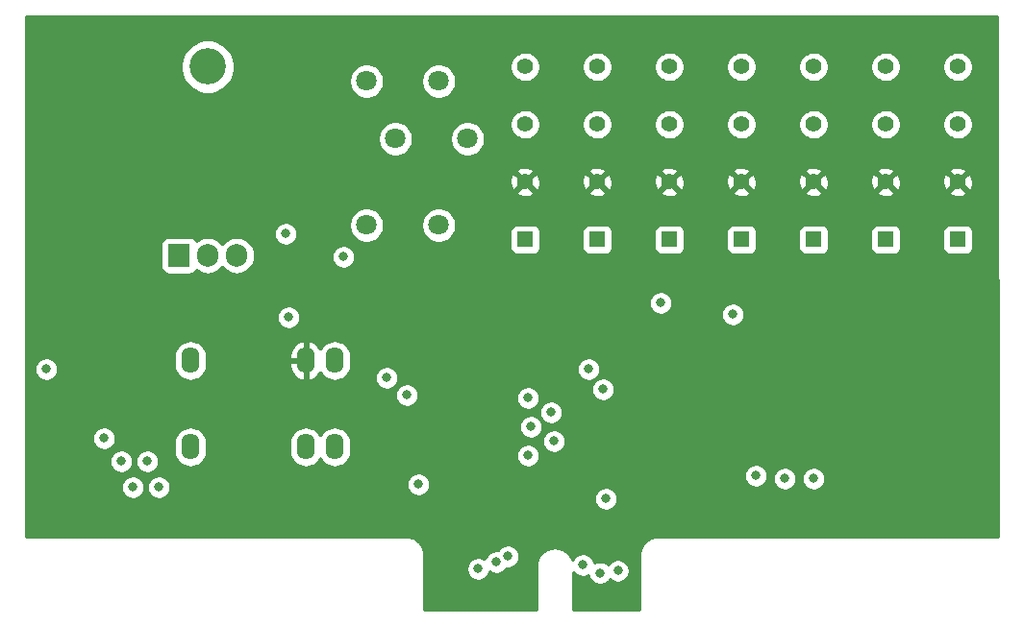
<source format=gbr>
G04 #@! TF.GenerationSoftware,KiCad,Pcbnew,(5.1.5)-3*
G04 #@! TF.CreationDate,2020-02-22T15:11:54-08:00*
G04 #@! TF.ProjectId,voltages,766f6c74-6167-4657-932e-6b696361645f,rev?*
G04 #@! TF.SameCoordinates,Original*
G04 #@! TF.FileFunction,Copper,L3,Inr*
G04 #@! TF.FilePolarity,Positive*
%FSLAX46Y46*%
G04 Gerber Fmt 4.6, Leading zero omitted, Abs format (unit mm)*
G04 Created by KiCad (PCBNEW (5.1.5)-3) date 2020-02-22 15:11:54*
%MOMM*%
%LPD*%
G04 APERTURE LIST*
%ADD10O,1.600000X2.300000*%
%ADD11O,1.905000X2.000000*%
%ADD12R,1.905000X2.000000*%
%ADD13C,3.200000*%
%ADD14C,1.800000*%
%ADD15R,1.400000X1.400000*%
%ADD16C,1.400000*%
%ADD17C,0.800000*%
%ADD18C,0.254000*%
G04 APERTURE END LIST*
D10*
X91186000Y-75438000D03*
X91186000Y-67818000D03*
X88646000Y-75438000D03*
X78486000Y-75438000D03*
X88646000Y-67818000D03*
X78486000Y-67818000D03*
D11*
X82550000Y-58570000D03*
X80010000Y-58570000D03*
D12*
X77470000Y-58570000D03*
D13*
X80010000Y-41910000D03*
D14*
X100330000Y-43180000D03*
X102870000Y-48260000D03*
X100330000Y-55880000D03*
X93980000Y-43180000D03*
X96520000Y-48260000D03*
X93980000Y-55880000D03*
D15*
X146050000Y-57150000D03*
D16*
X146050000Y-52070000D03*
X146050000Y-46990000D03*
X146050000Y-41910000D03*
D15*
X139700000Y-57150000D03*
D16*
X139700000Y-52070000D03*
X139700000Y-46990000D03*
X139700000Y-41910000D03*
D15*
X133350000Y-57150000D03*
D16*
X133350000Y-52070000D03*
X133350000Y-46990000D03*
X133350000Y-41910000D03*
D15*
X127000000Y-57150000D03*
D16*
X127000000Y-52070000D03*
X127000000Y-46990000D03*
X127000000Y-41910000D03*
D15*
X120650000Y-57150000D03*
D16*
X120650000Y-52070000D03*
X120650000Y-46990000D03*
X120650000Y-41910000D03*
D15*
X114300000Y-57150000D03*
D16*
X114300000Y-52070000D03*
X114300000Y-46990000D03*
X114300000Y-41910000D03*
D15*
X107950000Y-57150000D03*
D16*
X107950000Y-52070000D03*
X107950000Y-46990000D03*
X107950000Y-41910000D03*
D17*
X65786000Y-68580000D03*
X87122000Y-64008000D03*
X70866000Y-74676000D03*
X97536000Y-70866000D03*
X95758000Y-69342000D03*
X98552000Y-78740000D03*
X133350000Y-78232000D03*
X126238000Y-63754000D03*
X116124579Y-86360000D03*
X114543567Y-86550944D03*
X113030000Y-85852000D03*
X106426000Y-85090000D03*
X105410000Y-85598000D03*
X91948000Y-58674000D03*
X72390000Y-76708000D03*
X73406000Y-78994000D03*
X74676000Y-76708000D03*
X75692000Y-78994000D03*
X115062000Y-80010000D03*
X119888000Y-62738000D03*
X128270000Y-77978000D03*
X130810000Y-78232000D03*
X103813180Y-86178820D03*
X110236000Y-67310000D03*
X100330000Y-83820000D03*
X100584000Y-85090000D03*
X99822000Y-82804000D03*
X100584000Y-86106000D03*
X108204000Y-76200000D03*
X110490000Y-74930000D03*
X108458000Y-73660000D03*
X110236000Y-72390000D03*
X108204000Y-71120000D03*
X114808000Y-70358000D03*
X113538000Y-68580000D03*
X86868000Y-56642000D03*
D18*
G36*
X149613547Y-83315000D02*
G01*
X119666353Y-83315000D01*
X119639533Y-83317642D01*
X119636807Y-83317613D01*
X119627285Y-83318513D01*
X119433119Y-83338236D01*
X119372260Y-83350507D01*
X119311234Y-83361928D01*
X119302068Y-83364660D01*
X119115430Y-83421721D01*
X119058108Y-83445582D01*
X119000470Y-83468636D01*
X118992009Y-83473096D01*
X118820009Y-83565321D01*
X118768388Y-83599879D01*
X118716349Y-83633673D01*
X118708916Y-83639692D01*
X118558103Y-83763570D01*
X118514181Y-83807492D01*
X118469692Y-83850756D01*
X118463569Y-83858104D01*
X118339693Y-84008915D01*
X118305174Y-84060478D01*
X118269902Y-84111608D01*
X118265324Y-84120005D01*
X118173098Y-84292006D01*
X118149239Y-84349323D01*
X118124582Y-84406303D01*
X118121721Y-84415429D01*
X118064660Y-84602067D01*
X118052385Y-84662946D01*
X118039269Y-84723609D01*
X118038236Y-84733118D01*
X118025312Y-84860352D01*
X118024752Y-84862198D01*
X118014840Y-84962834D01*
X118014841Y-89789000D01*
X112184840Y-89789000D01*
X112184840Y-86450079D01*
X112226063Y-86511774D01*
X112370226Y-86655937D01*
X112539744Y-86769205D01*
X112728102Y-86847226D01*
X112928061Y-86887000D01*
X113131939Y-86887000D01*
X113331898Y-86847226D01*
X113520256Y-86769205D01*
X113530362Y-86762453D01*
X113548341Y-86852842D01*
X113626362Y-87041200D01*
X113739630Y-87210718D01*
X113883793Y-87354881D01*
X114053311Y-87468149D01*
X114241669Y-87546170D01*
X114441628Y-87585944D01*
X114645506Y-87585944D01*
X114845465Y-87546170D01*
X115033823Y-87468149D01*
X115203341Y-87354881D01*
X115347504Y-87210718D01*
X115413226Y-87112358D01*
X115464805Y-87163937D01*
X115634323Y-87277205D01*
X115822681Y-87355226D01*
X116022640Y-87395000D01*
X116226518Y-87395000D01*
X116426477Y-87355226D01*
X116614835Y-87277205D01*
X116784353Y-87163937D01*
X116928516Y-87019774D01*
X117041784Y-86850256D01*
X117119805Y-86661898D01*
X117159579Y-86461939D01*
X117159579Y-86258061D01*
X117119805Y-86058102D01*
X117041784Y-85869744D01*
X116928516Y-85700226D01*
X116784353Y-85556063D01*
X116614835Y-85442795D01*
X116426477Y-85364774D01*
X116226518Y-85325000D01*
X116022640Y-85325000D01*
X115822681Y-85364774D01*
X115634323Y-85442795D01*
X115464805Y-85556063D01*
X115320642Y-85700226D01*
X115254920Y-85798586D01*
X115203341Y-85747007D01*
X115033823Y-85633739D01*
X114845465Y-85555718D01*
X114645506Y-85515944D01*
X114441628Y-85515944D01*
X114241669Y-85555718D01*
X114053311Y-85633739D01*
X114043205Y-85640491D01*
X114025226Y-85550102D01*
X113947205Y-85361744D01*
X113833937Y-85192226D01*
X113689774Y-85048063D01*
X113520256Y-84934795D01*
X113331898Y-84856774D01*
X113131939Y-84817000D01*
X112928061Y-84817000D01*
X112728102Y-84856774D01*
X112539744Y-84934795D01*
X112370226Y-85048063D01*
X112226063Y-85192226D01*
X112112795Y-85361744D01*
X112091327Y-85413572D01*
X112075955Y-85365114D01*
X112051507Y-85308072D01*
X112027838Y-85250647D01*
X112023289Y-85242233D01*
X111933968Y-85079759D01*
X111898877Y-85028511D01*
X111864533Y-84976819D01*
X111858437Y-84969450D01*
X111739259Y-84827420D01*
X111694902Y-84783982D01*
X111651155Y-84739929D01*
X111643743Y-84733884D01*
X111499249Y-84617708D01*
X111447339Y-84583739D01*
X111395828Y-84548995D01*
X111387384Y-84544505D01*
X111223075Y-84458606D01*
X111165520Y-84435352D01*
X111108275Y-84411289D01*
X111099123Y-84408526D01*
X111099117Y-84408524D01*
X110921255Y-84356177D01*
X110860248Y-84344539D01*
X110799454Y-84332060D01*
X110789936Y-84331126D01*
X110605292Y-84314322D01*
X110543202Y-84314756D01*
X110481123Y-84314323D01*
X110471604Y-84315256D01*
X110287212Y-84334637D01*
X110226409Y-84347118D01*
X110165414Y-84358753D01*
X110156258Y-84361518D01*
X110156253Y-84361519D01*
X110156248Y-84361521D01*
X109979142Y-84416344D01*
X109921897Y-84440407D01*
X109864342Y-84463661D01*
X109855903Y-84468148D01*
X109855899Y-84468150D01*
X109855898Y-84468151D01*
X109692805Y-84556335D01*
X109641348Y-84591043D01*
X109589382Y-84625049D01*
X109581970Y-84631094D01*
X109439111Y-84749278D01*
X109395366Y-84793330D01*
X109351008Y-84836768D01*
X109344912Y-84844137D01*
X109344909Y-84844140D01*
X109344907Y-84844144D01*
X109227729Y-84987817D01*
X109193375Y-85039524D01*
X109158296Y-85090755D01*
X109153747Y-85099168D01*
X109066703Y-85262874D01*
X109043053Y-85320252D01*
X109018585Y-85377342D01*
X109015757Y-85386478D01*
X108962169Y-85563972D01*
X108950114Y-85624853D01*
X108937202Y-85685599D01*
X108936202Y-85695111D01*
X108918109Y-85879634D01*
X108918109Y-85879639D01*
X108914840Y-85912834D01*
X108914841Y-89789000D01*
X99084840Y-89789000D01*
X99084840Y-86076881D01*
X102778180Y-86076881D01*
X102778180Y-86280759D01*
X102817954Y-86480718D01*
X102895975Y-86669076D01*
X103009243Y-86838594D01*
X103153406Y-86982757D01*
X103322924Y-87096025D01*
X103511282Y-87174046D01*
X103711241Y-87213820D01*
X103915119Y-87213820D01*
X104115078Y-87174046D01*
X104303436Y-87096025D01*
X104472954Y-86982757D01*
X104617117Y-86838594D01*
X104730385Y-86669076D01*
X104808406Y-86480718D01*
X104815413Y-86445493D01*
X104919744Y-86515205D01*
X105108102Y-86593226D01*
X105308061Y-86633000D01*
X105511939Y-86633000D01*
X105711898Y-86593226D01*
X105900256Y-86515205D01*
X106069774Y-86401937D01*
X106213937Y-86257774D01*
X106305165Y-86121241D01*
X106324061Y-86125000D01*
X106527939Y-86125000D01*
X106727898Y-86085226D01*
X106916256Y-86007205D01*
X107085774Y-85893937D01*
X107229937Y-85749774D01*
X107343205Y-85580256D01*
X107421226Y-85391898D01*
X107461000Y-85191939D01*
X107461000Y-84988061D01*
X107421226Y-84788102D01*
X107343205Y-84599744D01*
X107229937Y-84430226D01*
X107085774Y-84286063D01*
X106916256Y-84172795D01*
X106727898Y-84094774D01*
X106527939Y-84055000D01*
X106324061Y-84055000D01*
X106124102Y-84094774D01*
X105935744Y-84172795D01*
X105766226Y-84286063D01*
X105622063Y-84430226D01*
X105530835Y-84566759D01*
X105511939Y-84563000D01*
X105308061Y-84563000D01*
X105108102Y-84602774D01*
X104919744Y-84680795D01*
X104750226Y-84794063D01*
X104606063Y-84938226D01*
X104492795Y-85107744D01*
X104414774Y-85296102D01*
X104407767Y-85331327D01*
X104303436Y-85261615D01*
X104115078Y-85183594D01*
X103915119Y-85143820D01*
X103711241Y-85143820D01*
X103511282Y-85183594D01*
X103322924Y-85261615D01*
X103153406Y-85374883D01*
X103009243Y-85519046D01*
X102895975Y-85688564D01*
X102817954Y-85876922D01*
X102778180Y-86076881D01*
X99084840Y-86076881D01*
X99084840Y-85009364D01*
X99084948Y-85008386D01*
X99084999Y-84998822D01*
X99084993Y-84995332D01*
X99084840Y-84993799D01*
X99084840Y-84962833D01*
X99082376Y-84937820D01*
X99082387Y-84936807D01*
X99081487Y-84927285D01*
X99076605Y-84879221D01*
X99074928Y-84862197D01*
X99074849Y-84861937D01*
X99061764Y-84733119D01*
X99049493Y-84672260D01*
X99038072Y-84611234D01*
X99035340Y-84602068D01*
X98978279Y-84415430D01*
X98954418Y-84358108D01*
X98931364Y-84300470D01*
X98926904Y-84292009D01*
X98834679Y-84120009D01*
X98800121Y-84068388D01*
X98766327Y-84016349D01*
X98760308Y-84008916D01*
X98636430Y-83858103D01*
X98592508Y-83814181D01*
X98549244Y-83769692D01*
X98541896Y-83763569D01*
X98391085Y-83639693D01*
X98339522Y-83605174D01*
X98288392Y-83569902D01*
X98279995Y-83565324D01*
X98107994Y-83473098D01*
X98050677Y-83449239D01*
X97993697Y-83424582D01*
X97984571Y-83421721D01*
X97797933Y-83364660D01*
X97737054Y-83352385D01*
X97676391Y-83339269D01*
X97666882Y-83338236D01*
X97538783Y-83325224D01*
X97537774Y-83324918D01*
X97437138Y-83315006D01*
X63985000Y-83315006D01*
X63985000Y-78892061D01*
X72371000Y-78892061D01*
X72371000Y-79095939D01*
X72410774Y-79295898D01*
X72488795Y-79484256D01*
X72602063Y-79653774D01*
X72746226Y-79797937D01*
X72915744Y-79911205D01*
X73104102Y-79989226D01*
X73304061Y-80029000D01*
X73507939Y-80029000D01*
X73707898Y-79989226D01*
X73896256Y-79911205D01*
X74065774Y-79797937D01*
X74209937Y-79653774D01*
X74323205Y-79484256D01*
X74401226Y-79295898D01*
X74441000Y-79095939D01*
X74441000Y-78892061D01*
X74657000Y-78892061D01*
X74657000Y-79095939D01*
X74696774Y-79295898D01*
X74774795Y-79484256D01*
X74888063Y-79653774D01*
X75032226Y-79797937D01*
X75201744Y-79911205D01*
X75390102Y-79989226D01*
X75590061Y-80029000D01*
X75793939Y-80029000D01*
X75993898Y-79989226D01*
X76182256Y-79911205D01*
X76186961Y-79908061D01*
X114027000Y-79908061D01*
X114027000Y-80111939D01*
X114066774Y-80311898D01*
X114144795Y-80500256D01*
X114258063Y-80669774D01*
X114402226Y-80813937D01*
X114571744Y-80927205D01*
X114760102Y-81005226D01*
X114960061Y-81045000D01*
X115163939Y-81045000D01*
X115363898Y-81005226D01*
X115552256Y-80927205D01*
X115721774Y-80813937D01*
X115865937Y-80669774D01*
X115979205Y-80500256D01*
X116057226Y-80311898D01*
X116097000Y-80111939D01*
X116097000Y-79908061D01*
X116057226Y-79708102D01*
X115979205Y-79519744D01*
X115865937Y-79350226D01*
X115721774Y-79206063D01*
X115552256Y-79092795D01*
X115363898Y-79014774D01*
X115163939Y-78975000D01*
X114960061Y-78975000D01*
X114760102Y-79014774D01*
X114571744Y-79092795D01*
X114402226Y-79206063D01*
X114258063Y-79350226D01*
X114144795Y-79519744D01*
X114066774Y-79708102D01*
X114027000Y-79908061D01*
X76186961Y-79908061D01*
X76351774Y-79797937D01*
X76495937Y-79653774D01*
X76609205Y-79484256D01*
X76687226Y-79295898D01*
X76727000Y-79095939D01*
X76727000Y-78892061D01*
X76687226Y-78692102D01*
X76664842Y-78638061D01*
X97517000Y-78638061D01*
X97517000Y-78841939D01*
X97556774Y-79041898D01*
X97634795Y-79230256D01*
X97748063Y-79399774D01*
X97892226Y-79543937D01*
X98061744Y-79657205D01*
X98250102Y-79735226D01*
X98450061Y-79775000D01*
X98653939Y-79775000D01*
X98853898Y-79735226D01*
X99042256Y-79657205D01*
X99211774Y-79543937D01*
X99355937Y-79399774D01*
X99469205Y-79230256D01*
X99547226Y-79041898D01*
X99587000Y-78841939D01*
X99587000Y-78638061D01*
X99547226Y-78438102D01*
X99469205Y-78249744D01*
X99355937Y-78080226D01*
X99211774Y-77936063D01*
X99121975Y-77876061D01*
X127235000Y-77876061D01*
X127235000Y-78079939D01*
X127274774Y-78279898D01*
X127352795Y-78468256D01*
X127466063Y-78637774D01*
X127610226Y-78781937D01*
X127779744Y-78895205D01*
X127968102Y-78973226D01*
X128168061Y-79013000D01*
X128371939Y-79013000D01*
X128571898Y-78973226D01*
X128760256Y-78895205D01*
X128929774Y-78781937D01*
X129073937Y-78637774D01*
X129187205Y-78468256D01*
X129265226Y-78279898D01*
X129295030Y-78130061D01*
X129775000Y-78130061D01*
X129775000Y-78333939D01*
X129814774Y-78533898D01*
X129892795Y-78722256D01*
X130006063Y-78891774D01*
X130150226Y-79035937D01*
X130319744Y-79149205D01*
X130508102Y-79227226D01*
X130708061Y-79267000D01*
X130911939Y-79267000D01*
X131111898Y-79227226D01*
X131300256Y-79149205D01*
X131469774Y-79035937D01*
X131613937Y-78891774D01*
X131727205Y-78722256D01*
X131805226Y-78533898D01*
X131845000Y-78333939D01*
X131845000Y-78130061D01*
X132315000Y-78130061D01*
X132315000Y-78333939D01*
X132354774Y-78533898D01*
X132432795Y-78722256D01*
X132546063Y-78891774D01*
X132690226Y-79035937D01*
X132859744Y-79149205D01*
X133048102Y-79227226D01*
X133248061Y-79267000D01*
X133451939Y-79267000D01*
X133651898Y-79227226D01*
X133840256Y-79149205D01*
X134009774Y-79035937D01*
X134153937Y-78891774D01*
X134267205Y-78722256D01*
X134345226Y-78533898D01*
X134385000Y-78333939D01*
X134385000Y-78130061D01*
X134345226Y-77930102D01*
X134267205Y-77741744D01*
X134153937Y-77572226D01*
X134009774Y-77428063D01*
X133840256Y-77314795D01*
X133651898Y-77236774D01*
X133451939Y-77197000D01*
X133248061Y-77197000D01*
X133048102Y-77236774D01*
X132859744Y-77314795D01*
X132690226Y-77428063D01*
X132546063Y-77572226D01*
X132432795Y-77741744D01*
X132354774Y-77930102D01*
X132315000Y-78130061D01*
X131845000Y-78130061D01*
X131805226Y-77930102D01*
X131727205Y-77741744D01*
X131613937Y-77572226D01*
X131469774Y-77428063D01*
X131300256Y-77314795D01*
X131111898Y-77236774D01*
X130911939Y-77197000D01*
X130708061Y-77197000D01*
X130508102Y-77236774D01*
X130319744Y-77314795D01*
X130150226Y-77428063D01*
X130006063Y-77572226D01*
X129892795Y-77741744D01*
X129814774Y-77930102D01*
X129775000Y-78130061D01*
X129295030Y-78130061D01*
X129305000Y-78079939D01*
X129305000Y-77876061D01*
X129265226Y-77676102D01*
X129187205Y-77487744D01*
X129073937Y-77318226D01*
X128929774Y-77174063D01*
X128760256Y-77060795D01*
X128571898Y-76982774D01*
X128371939Y-76943000D01*
X128168061Y-76943000D01*
X127968102Y-76982774D01*
X127779744Y-77060795D01*
X127610226Y-77174063D01*
X127466063Y-77318226D01*
X127352795Y-77487744D01*
X127274774Y-77676102D01*
X127235000Y-77876061D01*
X99121975Y-77876061D01*
X99042256Y-77822795D01*
X98853898Y-77744774D01*
X98653939Y-77705000D01*
X98450061Y-77705000D01*
X98250102Y-77744774D01*
X98061744Y-77822795D01*
X97892226Y-77936063D01*
X97748063Y-78080226D01*
X97634795Y-78249744D01*
X97556774Y-78438102D01*
X97517000Y-78638061D01*
X76664842Y-78638061D01*
X76609205Y-78503744D01*
X76495937Y-78334226D01*
X76351774Y-78190063D01*
X76182256Y-78076795D01*
X75993898Y-77998774D01*
X75793939Y-77959000D01*
X75590061Y-77959000D01*
X75390102Y-77998774D01*
X75201744Y-78076795D01*
X75032226Y-78190063D01*
X74888063Y-78334226D01*
X74774795Y-78503744D01*
X74696774Y-78692102D01*
X74657000Y-78892061D01*
X74441000Y-78892061D01*
X74401226Y-78692102D01*
X74323205Y-78503744D01*
X74209937Y-78334226D01*
X74065774Y-78190063D01*
X73896256Y-78076795D01*
X73707898Y-77998774D01*
X73507939Y-77959000D01*
X73304061Y-77959000D01*
X73104102Y-77998774D01*
X72915744Y-78076795D01*
X72746226Y-78190063D01*
X72602063Y-78334226D01*
X72488795Y-78503744D01*
X72410774Y-78692102D01*
X72371000Y-78892061D01*
X63985000Y-78892061D01*
X63985000Y-76606061D01*
X71355000Y-76606061D01*
X71355000Y-76809939D01*
X71394774Y-77009898D01*
X71472795Y-77198256D01*
X71586063Y-77367774D01*
X71730226Y-77511937D01*
X71899744Y-77625205D01*
X72088102Y-77703226D01*
X72288061Y-77743000D01*
X72491939Y-77743000D01*
X72691898Y-77703226D01*
X72880256Y-77625205D01*
X73049774Y-77511937D01*
X73193937Y-77367774D01*
X73307205Y-77198256D01*
X73385226Y-77009898D01*
X73425000Y-76809939D01*
X73425000Y-76606061D01*
X73641000Y-76606061D01*
X73641000Y-76809939D01*
X73680774Y-77009898D01*
X73758795Y-77198256D01*
X73872063Y-77367774D01*
X74016226Y-77511937D01*
X74185744Y-77625205D01*
X74374102Y-77703226D01*
X74574061Y-77743000D01*
X74777939Y-77743000D01*
X74977898Y-77703226D01*
X75166256Y-77625205D01*
X75335774Y-77511937D01*
X75479937Y-77367774D01*
X75593205Y-77198256D01*
X75671226Y-77009898D01*
X75711000Y-76809939D01*
X75711000Y-76606061D01*
X75671226Y-76406102D01*
X75593205Y-76217744D01*
X75479937Y-76048226D01*
X75335774Y-75904063D01*
X75166256Y-75790795D01*
X74977898Y-75712774D01*
X74777939Y-75673000D01*
X74574061Y-75673000D01*
X74374102Y-75712774D01*
X74185744Y-75790795D01*
X74016226Y-75904063D01*
X73872063Y-76048226D01*
X73758795Y-76217744D01*
X73680774Y-76406102D01*
X73641000Y-76606061D01*
X73425000Y-76606061D01*
X73385226Y-76406102D01*
X73307205Y-76217744D01*
X73193937Y-76048226D01*
X73049774Y-75904063D01*
X72880256Y-75790795D01*
X72691898Y-75712774D01*
X72491939Y-75673000D01*
X72288061Y-75673000D01*
X72088102Y-75712774D01*
X71899744Y-75790795D01*
X71730226Y-75904063D01*
X71586063Y-76048226D01*
X71472795Y-76217744D01*
X71394774Y-76406102D01*
X71355000Y-76606061D01*
X63985000Y-76606061D01*
X63985000Y-74574061D01*
X69831000Y-74574061D01*
X69831000Y-74777939D01*
X69870774Y-74977898D01*
X69948795Y-75166256D01*
X70062063Y-75335774D01*
X70206226Y-75479937D01*
X70375744Y-75593205D01*
X70564102Y-75671226D01*
X70764061Y-75711000D01*
X70967939Y-75711000D01*
X71167898Y-75671226D01*
X71356256Y-75593205D01*
X71525774Y-75479937D01*
X71669937Y-75335774D01*
X71783205Y-75166256D01*
X71844818Y-75017509D01*
X77051000Y-75017509D01*
X77051000Y-75858492D01*
X77071764Y-76069309D01*
X77153818Y-76339808D01*
X77287068Y-76589101D01*
X77466393Y-76807608D01*
X77684900Y-76986932D01*
X77934193Y-77120182D01*
X78204692Y-77202236D01*
X78486000Y-77229943D01*
X78767309Y-77202236D01*
X79037808Y-77120182D01*
X79287101Y-76986932D01*
X79505608Y-76807608D01*
X79684932Y-76589101D01*
X79818182Y-76339808D01*
X79900236Y-76069308D01*
X79921000Y-75858491D01*
X79921000Y-75017509D01*
X87211000Y-75017509D01*
X87211000Y-75858492D01*
X87231764Y-76069309D01*
X87313818Y-76339808D01*
X87447068Y-76589101D01*
X87626393Y-76807608D01*
X87844900Y-76986932D01*
X88094193Y-77120182D01*
X88364692Y-77202236D01*
X88646000Y-77229943D01*
X88927309Y-77202236D01*
X89197808Y-77120182D01*
X89447101Y-76986932D01*
X89665608Y-76807608D01*
X89844932Y-76589101D01*
X89916000Y-76456142D01*
X89987068Y-76589101D01*
X90166393Y-76807608D01*
X90384900Y-76986932D01*
X90634193Y-77120182D01*
X90904692Y-77202236D01*
X91186000Y-77229943D01*
X91467309Y-77202236D01*
X91737808Y-77120182D01*
X91987101Y-76986932D01*
X92205608Y-76807608D01*
X92384932Y-76589101D01*
X92518182Y-76339808D01*
X92591514Y-76098061D01*
X107169000Y-76098061D01*
X107169000Y-76301939D01*
X107208774Y-76501898D01*
X107286795Y-76690256D01*
X107400063Y-76859774D01*
X107544226Y-77003937D01*
X107713744Y-77117205D01*
X107902102Y-77195226D01*
X108102061Y-77235000D01*
X108305939Y-77235000D01*
X108505898Y-77195226D01*
X108694256Y-77117205D01*
X108863774Y-77003937D01*
X109007937Y-76859774D01*
X109121205Y-76690256D01*
X109199226Y-76501898D01*
X109239000Y-76301939D01*
X109239000Y-76098061D01*
X109199226Y-75898102D01*
X109121205Y-75709744D01*
X109007937Y-75540226D01*
X108863774Y-75396063D01*
X108694256Y-75282795D01*
X108505898Y-75204774D01*
X108305939Y-75165000D01*
X108102061Y-75165000D01*
X107902102Y-75204774D01*
X107713744Y-75282795D01*
X107544226Y-75396063D01*
X107400063Y-75540226D01*
X107286795Y-75709744D01*
X107208774Y-75898102D01*
X107169000Y-76098061D01*
X92591514Y-76098061D01*
X92600236Y-76069308D01*
X92621000Y-75858491D01*
X92621000Y-75017508D01*
X92602341Y-74828061D01*
X109455000Y-74828061D01*
X109455000Y-75031939D01*
X109494774Y-75231898D01*
X109572795Y-75420256D01*
X109686063Y-75589774D01*
X109830226Y-75733937D01*
X109999744Y-75847205D01*
X110188102Y-75925226D01*
X110388061Y-75965000D01*
X110591939Y-75965000D01*
X110791898Y-75925226D01*
X110980256Y-75847205D01*
X111149774Y-75733937D01*
X111293937Y-75589774D01*
X111407205Y-75420256D01*
X111485226Y-75231898D01*
X111525000Y-75031939D01*
X111525000Y-74828061D01*
X111485226Y-74628102D01*
X111407205Y-74439744D01*
X111293937Y-74270226D01*
X111149774Y-74126063D01*
X110980256Y-74012795D01*
X110791898Y-73934774D01*
X110591939Y-73895000D01*
X110388061Y-73895000D01*
X110188102Y-73934774D01*
X109999744Y-74012795D01*
X109830226Y-74126063D01*
X109686063Y-74270226D01*
X109572795Y-74439744D01*
X109494774Y-74628102D01*
X109455000Y-74828061D01*
X92602341Y-74828061D01*
X92600236Y-74806691D01*
X92518182Y-74536192D01*
X92384932Y-74286899D01*
X92205607Y-74068392D01*
X91987100Y-73889068D01*
X91737807Y-73755818D01*
X91467308Y-73673764D01*
X91186000Y-73646057D01*
X90904691Y-73673764D01*
X90634192Y-73755818D01*
X90384899Y-73889068D01*
X90166392Y-74068393D01*
X89987068Y-74286900D01*
X89916000Y-74419858D01*
X89844932Y-74286899D01*
X89665607Y-74068392D01*
X89447100Y-73889068D01*
X89197807Y-73755818D01*
X88927308Y-73673764D01*
X88646000Y-73646057D01*
X88364691Y-73673764D01*
X88094192Y-73755818D01*
X87844899Y-73889068D01*
X87626392Y-74068393D01*
X87447068Y-74286900D01*
X87313818Y-74536193D01*
X87231764Y-74806692D01*
X87211000Y-75017509D01*
X79921000Y-75017509D01*
X79921000Y-75017508D01*
X79900236Y-74806691D01*
X79818182Y-74536192D01*
X79684932Y-74286899D01*
X79505607Y-74068392D01*
X79287100Y-73889068D01*
X79037807Y-73755818D01*
X78767308Y-73673764D01*
X78486000Y-73646057D01*
X78204691Y-73673764D01*
X77934192Y-73755818D01*
X77684899Y-73889068D01*
X77466392Y-74068393D01*
X77287068Y-74286900D01*
X77153818Y-74536193D01*
X77071764Y-74806692D01*
X77051000Y-75017509D01*
X71844818Y-75017509D01*
X71861226Y-74977898D01*
X71901000Y-74777939D01*
X71901000Y-74574061D01*
X71861226Y-74374102D01*
X71783205Y-74185744D01*
X71669937Y-74016226D01*
X71525774Y-73872063D01*
X71356256Y-73758795D01*
X71167898Y-73680774D01*
X70967939Y-73641000D01*
X70764061Y-73641000D01*
X70564102Y-73680774D01*
X70375744Y-73758795D01*
X70206226Y-73872063D01*
X70062063Y-74016226D01*
X69948795Y-74185744D01*
X69870774Y-74374102D01*
X69831000Y-74574061D01*
X63985000Y-74574061D01*
X63985000Y-73558061D01*
X107423000Y-73558061D01*
X107423000Y-73761939D01*
X107462774Y-73961898D01*
X107540795Y-74150256D01*
X107654063Y-74319774D01*
X107798226Y-74463937D01*
X107967744Y-74577205D01*
X108156102Y-74655226D01*
X108356061Y-74695000D01*
X108559939Y-74695000D01*
X108759898Y-74655226D01*
X108948256Y-74577205D01*
X109117774Y-74463937D01*
X109261937Y-74319774D01*
X109375205Y-74150256D01*
X109453226Y-73961898D01*
X109493000Y-73761939D01*
X109493000Y-73558061D01*
X109453226Y-73358102D01*
X109375205Y-73169744D01*
X109261937Y-73000226D01*
X109117774Y-72856063D01*
X108948256Y-72742795D01*
X108759898Y-72664774D01*
X108559939Y-72625000D01*
X108356061Y-72625000D01*
X108156102Y-72664774D01*
X107967744Y-72742795D01*
X107798226Y-72856063D01*
X107654063Y-73000226D01*
X107540795Y-73169744D01*
X107462774Y-73358102D01*
X107423000Y-73558061D01*
X63985000Y-73558061D01*
X63985000Y-72288061D01*
X109201000Y-72288061D01*
X109201000Y-72491939D01*
X109240774Y-72691898D01*
X109318795Y-72880256D01*
X109432063Y-73049774D01*
X109576226Y-73193937D01*
X109745744Y-73307205D01*
X109934102Y-73385226D01*
X110134061Y-73425000D01*
X110337939Y-73425000D01*
X110537898Y-73385226D01*
X110726256Y-73307205D01*
X110895774Y-73193937D01*
X111039937Y-73049774D01*
X111153205Y-72880256D01*
X111231226Y-72691898D01*
X111271000Y-72491939D01*
X111271000Y-72288061D01*
X111231226Y-72088102D01*
X111153205Y-71899744D01*
X111039937Y-71730226D01*
X110895774Y-71586063D01*
X110726256Y-71472795D01*
X110537898Y-71394774D01*
X110337939Y-71355000D01*
X110134061Y-71355000D01*
X109934102Y-71394774D01*
X109745744Y-71472795D01*
X109576226Y-71586063D01*
X109432063Y-71730226D01*
X109318795Y-71899744D01*
X109240774Y-72088102D01*
X109201000Y-72288061D01*
X63985000Y-72288061D01*
X63985000Y-70764061D01*
X96501000Y-70764061D01*
X96501000Y-70967939D01*
X96540774Y-71167898D01*
X96618795Y-71356256D01*
X96732063Y-71525774D01*
X96876226Y-71669937D01*
X97045744Y-71783205D01*
X97234102Y-71861226D01*
X97434061Y-71901000D01*
X97637939Y-71901000D01*
X97837898Y-71861226D01*
X98026256Y-71783205D01*
X98195774Y-71669937D01*
X98339937Y-71525774D01*
X98453205Y-71356256D01*
X98531226Y-71167898D01*
X98561030Y-71018061D01*
X107169000Y-71018061D01*
X107169000Y-71221939D01*
X107208774Y-71421898D01*
X107286795Y-71610256D01*
X107400063Y-71779774D01*
X107544226Y-71923937D01*
X107713744Y-72037205D01*
X107902102Y-72115226D01*
X108102061Y-72155000D01*
X108305939Y-72155000D01*
X108505898Y-72115226D01*
X108694256Y-72037205D01*
X108863774Y-71923937D01*
X109007937Y-71779774D01*
X109121205Y-71610256D01*
X109199226Y-71421898D01*
X109239000Y-71221939D01*
X109239000Y-71018061D01*
X109199226Y-70818102D01*
X109121205Y-70629744D01*
X109007937Y-70460226D01*
X108863774Y-70316063D01*
X108773975Y-70256061D01*
X113773000Y-70256061D01*
X113773000Y-70459939D01*
X113812774Y-70659898D01*
X113890795Y-70848256D01*
X114004063Y-71017774D01*
X114148226Y-71161937D01*
X114317744Y-71275205D01*
X114506102Y-71353226D01*
X114706061Y-71393000D01*
X114909939Y-71393000D01*
X115109898Y-71353226D01*
X115298256Y-71275205D01*
X115467774Y-71161937D01*
X115611937Y-71017774D01*
X115725205Y-70848256D01*
X115803226Y-70659898D01*
X115843000Y-70459939D01*
X115843000Y-70256061D01*
X115803226Y-70056102D01*
X115725205Y-69867744D01*
X115611937Y-69698226D01*
X115467774Y-69554063D01*
X115298256Y-69440795D01*
X115109898Y-69362774D01*
X114909939Y-69323000D01*
X114706061Y-69323000D01*
X114506102Y-69362774D01*
X114317744Y-69440795D01*
X114148226Y-69554063D01*
X114004063Y-69698226D01*
X113890795Y-69867744D01*
X113812774Y-70056102D01*
X113773000Y-70256061D01*
X108773975Y-70256061D01*
X108694256Y-70202795D01*
X108505898Y-70124774D01*
X108305939Y-70085000D01*
X108102061Y-70085000D01*
X107902102Y-70124774D01*
X107713744Y-70202795D01*
X107544226Y-70316063D01*
X107400063Y-70460226D01*
X107286795Y-70629744D01*
X107208774Y-70818102D01*
X107169000Y-71018061D01*
X98561030Y-71018061D01*
X98571000Y-70967939D01*
X98571000Y-70764061D01*
X98531226Y-70564102D01*
X98453205Y-70375744D01*
X98339937Y-70206226D01*
X98195774Y-70062063D01*
X98026256Y-69948795D01*
X97837898Y-69870774D01*
X97637939Y-69831000D01*
X97434061Y-69831000D01*
X97234102Y-69870774D01*
X97045744Y-69948795D01*
X96876226Y-70062063D01*
X96732063Y-70206226D01*
X96618795Y-70375744D01*
X96540774Y-70564102D01*
X96501000Y-70764061D01*
X63985000Y-70764061D01*
X63985000Y-68478061D01*
X64751000Y-68478061D01*
X64751000Y-68681939D01*
X64790774Y-68881898D01*
X64868795Y-69070256D01*
X64982063Y-69239774D01*
X65126226Y-69383937D01*
X65295744Y-69497205D01*
X65484102Y-69575226D01*
X65684061Y-69615000D01*
X65887939Y-69615000D01*
X66087898Y-69575226D01*
X66276256Y-69497205D01*
X66445774Y-69383937D01*
X66589937Y-69239774D01*
X66703205Y-69070256D01*
X66781226Y-68881898D01*
X66821000Y-68681939D01*
X66821000Y-68478061D01*
X66781226Y-68278102D01*
X66703205Y-68089744D01*
X66589937Y-67920226D01*
X66445774Y-67776063D01*
X66276256Y-67662795D01*
X66087898Y-67584774D01*
X65887939Y-67545000D01*
X65684061Y-67545000D01*
X65484102Y-67584774D01*
X65295744Y-67662795D01*
X65126226Y-67776063D01*
X64982063Y-67920226D01*
X64868795Y-68089744D01*
X64790774Y-68278102D01*
X64751000Y-68478061D01*
X63985000Y-68478061D01*
X63985000Y-67397509D01*
X77051000Y-67397509D01*
X77051000Y-68238492D01*
X77071764Y-68449309D01*
X77153818Y-68719808D01*
X77287068Y-68969101D01*
X77466393Y-69187608D01*
X77684900Y-69366932D01*
X77934193Y-69500182D01*
X78204692Y-69582236D01*
X78486000Y-69609943D01*
X78767309Y-69582236D01*
X79037808Y-69500182D01*
X79287101Y-69366932D01*
X79505608Y-69187608D01*
X79684932Y-68969101D01*
X79818182Y-68719808D01*
X79900236Y-68449308D01*
X79921000Y-68238491D01*
X79921000Y-67945000D01*
X87211000Y-67945000D01*
X87211000Y-68295000D01*
X87263350Y-68572514D01*
X87368834Y-68834483D01*
X87523399Y-69070839D01*
X87721105Y-69272500D01*
X87954354Y-69431715D01*
X88214182Y-69542367D01*
X88296961Y-69559904D01*
X88519000Y-69437915D01*
X88519000Y-67945000D01*
X87211000Y-67945000D01*
X79921000Y-67945000D01*
X79921000Y-67397508D01*
X79915435Y-67341000D01*
X87211000Y-67341000D01*
X87211000Y-67691000D01*
X88519000Y-67691000D01*
X88519000Y-66198085D01*
X88773000Y-66198085D01*
X88773000Y-67691000D01*
X88793000Y-67691000D01*
X88793000Y-67945000D01*
X88773000Y-67945000D01*
X88773000Y-69437915D01*
X88995039Y-69559904D01*
X89077818Y-69542367D01*
X89337646Y-69431715D01*
X89570895Y-69272500D01*
X89768601Y-69070839D01*
X89918735Y-68841259D01*
X89987068Y-68969101D01*
X90166393Y-69187608D01*
X90384900Y-69366932D01*
X90634193Y-69500182D01*
X90904692Y-69582236D01*
X91186000Y-69609943D01*
X91467309Y-69582236D01*
X91737808Y-69500182D01*
X91987101Y-69366932D01*
X92141693Y-69240061D01*
X94723000Y-69240061D01*
X94723000Y-69443939D01*
X94762774Y-69643898D01*
X94840795Y-69832256D01*
X94954063Y-70001774D01*
X95098226Y-70145937D01*
X95267744Y-70259205D01*
X95456102Y-70337226D01*
X95656061Y-70377000D01*
X95859939Y-70377000D01*
X96059898Y-70337226D01*
X96248256Y-70259205D01*
X96417774Y-70145937D01*
X96561937Y-70001774D01*
X96675205Y-69832256D01*
X96753226Y-69643898D01*
X96793000Y-69443939D01*
X96793000Y-69240061D01*
X96753226Y-69040102D01*
X96675205Y-68851744D01*
X96561937Y-68682226D01*
X96417774Y-68538063D01*
X96327975Y-68478061D01*
X112503000Y-68478061D01*
X112503000Y-68681939D01*
X112542774Y-68881898D01*
X112620795Y-69070256D01*
X112734063Y-69239774D01*
X112878226Y-69383937D01*
X113047744Y-69497205D01*
X113236102Y-69575226D01*
X113436061Y-69615000D01*
X113639939Y-69615000D01*
X113839898Y-69575226D01*
X114028256Y-69497205D01*
X114197774Y-69383937D01*
X114341937Y-69239774D01*
X114455205Y-69070256D01*
X114533226Y-68881898D01*
X114573000Y-68681939D01*
X114573000Y-68478061D01*
X114533226Y-68278102D01*
X114455205Y-68089744D01*
X114341937Y-67920226D01*
X114197774Y-67776063D01*
X114028256Y-67662795D01*
X113839898Y-67584774D01*
X113639939Y-67545000D01*
X113436061Y-67545000D01*
X113236102Y-67584774D01*
X113047744Y-67662795D01*
X112878226Y-67776063D01*
X112734063Y-67920226D01*
X112620795Y-68089744D01*
X112542774Y-68278102D01*
X112503000Y-68478061D01*
X96327975Y-68478061D01*
X96248256Y-68424795D01*
X96059898Y-68346774D01*
X95859939Y-68307000D01*
X95656061Y-68307000D01*
X95456102Y-68346774D01*
X95267744Y-68424795D01*
X95098226Y-68538063D01*
X94954063Y-68682226D01*
X94840795Y-68851744D01*
X94762774Y-69040102D01*
X94723000Y-69240061D01*
X92141693Y-69240061D01*
X92205608Y-69187608D01*
X92384932Y-68969101D01*
X92518182Y-68719808D01*
X92600236Y-68449308D01*
X92621000Y-68238491D01*
X92621000Y-67397508D01*
X92600236Y-67186691D01*
X92518182Y-66916192D01*
X92384932Y-66666899D01*
X92205607Y-66448392D01*
X91987100Y-66269068D01*
X91737807Y-66135818D01*
X91467308Y-66053764D01*
X91186000Y-66026057D01*
X90904691Y-66053764D01*
X90634192Y-66135818D01*
X90384899Y-66269068D01*
X90166392Y-66448393D01*
X89987068Y-66666900D01*
X89918735Y-66794742D01*
X89768601Y-66565161D01*
X89570895Y-66363500D01*
X89337646Y-66204285D01*
X89077818Y-66093633D01*
X88995039Y-66076096D01*
X88773000Y-66198085D01*
X88519000Y-66198085D01*
X88296961Y-66076096D01*
X88214182Y-66093633D01*
X87954354Y-66204285D01*
X87721105Y-66363500D01*
X87523399Y-66565161D01*
X87368834Y-66801517D01*
X87263350Y-67063486D01*
X87211000Y-67341000D01*
X79915435Y-67341000D01*
X79900236Y-67186691D01*
X79818182Y-66916192D01*
X79684932Y-66666899D01*
X79505607Y-66448392D01*
X79287100Y-66269068D01*
X79037807Y-66135818D01*
X78767308Y-66053764D01*
X78486000Y-66026057D01*
X78204691Y-66053764D01*
X77934192Y-66135818D01*
X77684899Y-66269068D01*
X77466392Y-66448393D01*
X77287068Y-66666900D01*
X77153818Y-66916193D01*
X77071764Y-67186692D01*
X77051000Y-67397509D01*
X63985000Y-67397509D01*
X63985000Y-63906061D01*
X86087000Y-63906061D01*
X86087000Y-64109939D01*
X86126774Y-64309898D01*
X86204795Y-64498256D01*
X86318063Y-64667774D01*
X86462226Y-64811937D01*
X86631744Y-64925205D01*
X86820102Y-65003226D01*
X87020061Y-65043000D01*
X87223939Y-65043000D01*
X87423898Y-65003226D01*
X87612256Y-64925205D01*
X87781774Y-64811937D01*
X87925937Y-64667774D01*
X88039205Y-64498256D01*
X88117226Y-64309898D01*
X88157000Y-64109939D01*
X88157000Y-63906061D01*
X88117226Y-63706102D01*
X88039205Y-63517744D01*
X87925937Y-63348226D01*
X87781774Y-63204063D01*
X87612256Y-63090795D01*
X87423898Y-63012774D01*
X87223939Y-62973000D01*
X87020061Y-62973000D01*
X86820102Y-63012774D01*
X86631744Y-63090795D01*
X86462226Y-63204063D01*
X86318063Y-63348226D01*
X86204795Y-63517744D01*
X86126774Y-63706102D01*
X86087000Y-63906061D01*
X63985000Y-63906061D01*
X63985000Y-62636061D01*
X118853000Y-62636061D01*
X118853000Y-62839939D01*
X118892774Y-63039898D01*
X118970795Y-63228256D01*
X119084063Y-63397774D01*
X119228226Y-63541937D01*
X119397744Y-63655205D01*
X119586102Y-63733226D01*
X119786061Y-63773000D01*
X119989939Y-63773000D01*
X120189898Y-63733226D01*
X120378256Y-63655205D01*
X120382961Y-63652061D01*
X125203000Y-63652061D01*
X125203000Y-63855939D01*
X125242774Y-64055898D01*
X125320795Y-64244256D01*
X125434063Y-64413774D01*
X125578226Y-64557937D01*
X125747744Y-64671205D01*
X125936102Y-64749226D01*
X126136061Y-64789000D01*
X126339939Y-64789000D01*
X126539898Y-64749226D01*
X126728256Y-64671205D01*
X126897774Y-64557937D01*
X127041937Y-64413774D01*
X127155205Y-64244256D01*
X127233226Y-64055898D01*
X127273000Y-63855939D01*
X127273000Y-63652061D01*
X127233226Y-63452102D01*
X127155205Y-63263744D01*
X127041937Y-63094226D01*
X126897774Y-62950063D01*
X126728256Y-62836795D01*
X126539898Y-62758774D01*
X126339939Y-62719000D01*
X126136061Y-62719000D01*
X125936102Y-62758774D01*
X125747744Y-62836795D01*
X125578226Y-62950063D01*
X125434063Y-63094226D01*
X125320795Y-63263744D01*
X125242774Y-63452102D01*
X125203000Y-63652061D01*
X120382961Y-63652061D01*
X120547774Y-63541937D01*
X120691937Y-63397774D01*
X120805205Y-63228256D01*
X120883226Y-63039898D01*
X120923000Y-62839939D01*
X120923000Y-62636061D01*
X120883226Y-62436102D01*
X120805205Y-62247744D01*
X120691937Y-62078226D01*
X120547774Y-61934063D01*
X120378256Y-61820795D01*
X120189898Y-61742774D01*
X119989939Y-61703000D01*
X119786061Y-61703000D01*
X119586102Y-61742774D01*
X119397744Y-61820795D01*
X119228226Y-61934063D01*
X119084063Y-62078226D01*
X118970795Y-62247744D01*
X118892774Y-62436102D01*
X118853000Y-62636061D01*
X63985000Y-62636061D01*
X63985000Y-57570000D01*
X75879428Y-57570000D01*
X75879428Y-59570000D01*
X75891688Y-59694482D01*
X75927998Y-59814180D01*
X75986963Y-59924494D01*
X76066315Y-60021185D01*
X76163006Y-60100537D01*
X76273320Y-60159502D01*
X76393018Y-60195812D01*
X76517500Y-60208072D01*
X78422500Y-60208072D01*
X78546982Y-60195812D01*
X78666680Y-60159502D01*
X78776994Y-60100537D01*
X78873685Y-60021185D01*
X78953037Y-59924494D01*
X78997905Y-59840553D01*
X79123766Y-59943845D01*
X79399552Y-60091255D01*
X79698797Y-60182030D01*
X80010000Y-60212681D01*
X80321204Y-60182030D01*
X80620449Y-60091255D01*
X80896235Y-59943845D01*
X81137963Y-59745463D01*
X81280000Y-59572391D01*
X81422037Y-59745463D01*
X81663766Y-59943845D01*
X81939552Y-60091255D01*
X82238797Y-60182030D01*
X82550000Y-60212681D01*
X82861204Y-60182030D01*
X83160449Y-60091255D01*
X83436235Y-59943845D01*
X83677963Y-59745463D01*
X83876345Y-59503734D01*
X84023755Y-59227948D01*
X84114530Y-58928703D01*
X84137500Y-58695485D01*
X84137500Y-58572061D01*
X90913000Y-58572061D01*
X90913000Y-58775939D01*
X90952774Y-58975898D01*
X91030795Y-59164256D01*
X91144063Y-59333774D01*
X91288226Y-59477937D01*
X91457744Y-59591205D01*
X91646102Y-59669226D01*
X91846061Y-59709000D01*
X92049939Y-59709000D01*
X92249898Y-59669226D01*
X92438256Y-59591205D01*
X92607774Y-59477937D01*
X92751937Y-59333774D01*
X92865205Y-59164256D01*
X92943226Y-58975898D01*
X92983000Y-58775939D01*
X92983000Y-58572061D01*
X92943226Y-58372102D01*
X92865205Y-58183744D01*
X92751937Y-58014226D01*
X92607774Y-57870063D01*
X92438256Y-57756795D01*
X92249898Y-57678774D01*
X92049939Y-57639000D01*
X91846061Y-57639000D01*
X91646102Y-57678774D01*
X91457744Y-57756795D01*
X91288226Y-57870063D01*
X91144063Y-58014226D01*
X91030795Y-58183744D01*
X90952774Y-58372102D01*
X90913000Y-58572061D01*
X84137500Y-58572061D01*
X84137500Y-58444514D01*
X84114530Y-58211296D01*
X84023755Y-57912051D01*
X83876345Y-57636265D01*
X83677963Y-57394537D01*
X83436234Y-57196155D01*
X83160448Y-57048745D01*
X82861203Y-56957970D01*
X82550000Y-56927319D01*
X82238796Y-56957970D01*
X81939551Y-57048745D01*
X81663765Y-57196155D01*
X81422037Y-57394537D01*
X81280000Y-57567609D01*
X81137963Y-57394537D01*
X80896234Y-57196155D01*
X80620448Y-57048745D01*
X80321203Y-56957970D01*
X80010000Y-56927319D01*
X79698796Y-56957970D01*
X79399551Y-57048745D01*
X79123765Y-57196155D01*
X78997905Y-57299446D01*
X78953037Y-57215506D01*
X78873685Y-57118815D01*
X78776994Y-57039463D01*
X78666680Y-56980498D01*
X78546982Y-56944188D01*
X78422500Y-56931928D01*
X76517500Y-56931928D01*
X76393018Y-56944188D01*
X76273320Y-56980498D01*
X76163006Y-57039463D01*
X76066315Y-57118815D01*
X75986963Y-57215506D01*
X75927998Y-57325820D01*
X75891688Y-57445518D01*
X75879428Y-57570000D01*
X63985000Y-57570000D01*
X63985000Y-56540061D01*
X85833000Y-56540061D01*
X85833000Y-56743939D01*
X85872774Y-56943898D01*
X85950795Y-57132256D01*
X86064063Y-57301774D01*
X86208226Y-57445937D01*
X86377744Y-57559205D01*
X86566102Y-57637226D01*
X86766061Y-57677000D01*
X86969939Y-57677000D01*
X87169898Y-57637226D01*
X87358256Y-57559205D01*
X87527774Y-57445937D01*
X87671937Y-57301774D01*
X87785205Y-57132256D01*
X87863226Y-56943898D01*
X87903000Y-56743939D01*
X87903000Y-56540061D01*
X87863226Y-56340102D01*
X87785205Y-56151744D01*
X87671937Y-55982226D01*
X87527774Y-55838063D01*
X87364274Y-55728816D01*
X92445000Y-55728816D01*
X92445000Y-56031184D01*
X92503989Y-56327743D01*
X92619701Y-56607095D01*
X92787688Y-56858505D01*
X93001495Y-57072312D01*
X93252905Y-57240299D01*
X93532257Y-57356011D01*
X93828816Y-57415000D01*
X94131184Y-57415000D01*
X94427743Y-57356011D01*
X94707095Y-57240299D01*
X94958505Y-57072312D01*
X95172312Y-56858505D01*
X95340299Y-56607095D01*
X95456011Y-56327743D01*
X95515000Y-56031184D01*
X95515000Y-55728816D01*
X98795000Y-55728816D01*
X98795000Y-56031184D01*
X98853989Y-56327743D01*
X98969701Y-56607095D01*
X99137688Y-56858505D01*
X99351495Y-57072312D01*
X99602905Y-57240299D01*
X99882257Y-57356011D01*
X100178816Y-57415000D01*
X100481184Y-57415000D01*
X100777743Y-57356011D01*
X101057095Y-57240299D01*
X101308505Y-57072312D01*
X101522312Y-56858505D01*
X101690299Y-56607095D01*
X101755370Y-56450000D01*
X106611928Y-56450000D01*
X106611928Y-57850000D01*
X106624188Y-57974482D01*
X106660498Y-58094180D01*
X106719463Y-58204494D01*
X106798815Y-58301185D01*
X106895506Y-58380537D01*
X107005820Y-58439502D01*
X107125518Y-58475812D01*
X107250000Y-58488072D01*
X108650000Y-58488072D01*
X108774482Y-58475812D01*
X108894180Y-58439502D01*
X109004494Y-58380537D01*
X109101185Y-58301185D01*
X109180537Y-58204494D01*
X109239502Y-58094180D01*
X109275812Y-57974482D01*
X109288072Y-57850000D01*
X109288072Y-56450000D01*
X112961928Y-56450000D01*
X112961928Y-57850000D01*
X112974188Y-57974482D01*
X113010498Y-58094180D01*
X113069463Y-58204494D01*
X113148815Y-58301185D01*
X113245506Y-58380537D01*
X113355820Y-58439502D01*
X113475518Y-58475812D01*
X113600000Y-58488072D01*
X115000000Y-58488072D01*
X115124482Y-58475812D01*
X115244180Y-58439502D01*
X115354494Y-58380537D01*
X115451185Y-58301185D01*
X115530537Y-58204494D01*
X115589502Y-58094180D01*
X115625812Y-57974482D01*
X115638072Y-57850000D01*
X115638072Y-56450000D01*
X119311928Y-56450000D01*
X119311928Y-57850000D01*
X119324188Y-57974482D01*
X119360498Y-58094180D01*
X119419463Y-58204494D01*
X119498815Y-58301185D01*
X119595506Y-58380537D01*
X119705820Y-58439502D01*
X119825518Y-58475812D01*
X119950000Y-58488072D01*
X121350000Y-58488072D01*
X121474482Y-58475812D01*
X121594180Y-58439502D01*
X121704494Y-58380537D01*
X121801185Y-58301185D01*
X121880537Y-58204494D01*
X121939502Y-58094180D01*
X121975812Y-57974482D01*
X121988072Y-57850000D01*
X121988072Y-56450000D01*
X125661928Y-56450000D01*
X125661928Y-57850000D01*
X125674188Y-57974482D01*
X125710498Y-58094180D01*
X125769463Y-58204494D01*
X125848815Y-58301185D01*
X125945506Y-58380537D01*
X126055820Y-58439502D01*
X126175518Y-58475812D01*
X126300000Y-58488072D01*
X127700000Y-58488072D01*
X127824482Y-58475812D01*
X127944180Y-58439502D01*
X128054494Y-58380537D01*
X128151185Y-58301185D01*
X128230537Y-58204494D01*
X128289502Y-58094180D01*
X128325812Y-57974482D01*
X128338072Y-57850000D01*
X128338072Y-56450000D01*
X132011928Y-56450000D01*
X132011928Y-57850000D01*
X132024188Y-57974482D01*
X132060498Y-58094180D01*
X132119463Y-58204494D01*
X132198815Y-58301185D01*
X132295506Y-58380537D01*
X132405820Y-58439502D01*
X132525518Y-58475812D01*
X132650000Y-58488072D01*
X134050000Y-58488072D01*
X134174482Y-58475812D01*
X134294180Y-58439502D01*
X134404494Y-58380537D01*
X134501185Y-58301185D01*
X134580537Y-58204494D01*
X134639502Y-58094180D01*
X134675812Y-57974482D01*
X134688072Y-57850000D01*
X134688072Y-56450000D01*
X138361928Y-56450000D01*
X138361928Y-57850000D01*
X138374188Y-57974482D01*
X138410498Y-58094180D01*
X138469463Y-58204494D01*
X138548815Y-58301185D01*
X138645506Y-58380537D01*
X138755820Y-58439502D01*
X138875518Y-58475812D01*
X139000000Y-58488072D01*
X140400000Y-58488072D01*
X140524482Y-58475812D01*
X140644180Y-58439502D01*
X140754494Y-58380537D01*
X140851185Y-58301185D01*
X140930537Y-58204494D01*
X140989502Y-58094180D01*
X141025812Y-57974482D01*
X141038072Y-57850000D01*
X141038072Y-56450000D01*
X144711928Y-56450000D01*
X144711928Y-57850000D01*
X144724188Y-57974482D01*
X144760498Y-58094180D01*
X144819463Y-58204494D01*
X144898815Y-58301185D01*
X144995506Y-58380537D01*
X145105820Y-58439502D01*
X145225518Y-58475812D01*
X145350000Y-58488072D01*
X146750000Y-58488072D01*
X146874482Y-58475812D01*
X146994180Y-58439502D01*
X147104494Y-58380537D01*
X147201185Y-58301185D01*
X147280537Y-58204494D01*
X147339502Y-58094180D01*
X147375812Y-57974482D01*
X147388072Y-57850000D01*
X147388072Y-56450000D01*
X147375812Y-56325518D01*
X147339502Y-56205820D01*
X147280537Y-56095506D01*
X147201185Y-55998815D01*
X147104494Y-55919463D01*
X146994180Y-55860498D01*
X146874482Y-55824188D01*
X146750000Y-55811928D01*
X145350000Y-55811928D01*
X145225518Y-55824188D01*
X145105820Y-55860498D01*
X144995506Y-55919463D01*
X144898815Y-55998815D01*
X144819463Y-56095506D01*
X144760498Y-56205820D01*
X144724188Y-56325518D01*
X144711928Y-56450000D01*
X141038072Y-56450000D01*
X141025812Y-56325518D01*
X140989502Y-56205820D01*
X140930537Y-56095506D01*
X140851185Y-55998815D01*
X140754494Y-55919463D01*
X140644180Y-55860498D01*
X140524482Y-55824188D01*
X140400000Y-55811928D01*
X139000000Y-55811928D01*
X138875518Y-55824188D01*
X138755820Y-55860498D01*
X138645506Y-55919463D01*
X138548815Y-55998815D01*
X138469463Y-56095506D01*
X138410498Y-56205820D01*
X138374188Y-56325518D01*
X138361928Y-56450000D01*
X134688072Y-56450000D01*
X134675812Y-56325518D01*
X134639502Y-56205820D01*
X134580537Y-56095506D01*
X134501185Y-55998815D01*
X134404494Y-55919463D01*
X134294180Y-55860498D01*
X134174482Y-55824188D01*
X134050000Y-55811928D01*
X132650000Y-55811928D01*
X132525518Y-55824188D01*
X132405820Y-55860498D01*
X132295506Y-55919463D01*
X132198815Y-55998815D01*
X132119463Y-56095506D01*
X132060498Y-56205820D01*
X132024188Y-56325518D01*
X132011928Y-56450000D01*
X128338072Y-56450000D01*
X128325812Y-56325518D01*
X128289502Y-56205820D01*
X128230537Y-56095506D01*
X128151185Y-55998815D01*
X128054494Y-55919463D01*
X127944180Y-55860498D01*
X127824482Y-55824188D01*
X127700000Y-55811928D01*
X126300000Y-55811928D01*
X126175518Y-55824188D01*
X126055820Y-55860498D01*
X125945506Y-55919463D01*
X125848815Y-55998815D01*
X125769463Y-56095506D01*
X125710498Y-56205820D01*
X125674188Y-56325518D01*
X125661928Y-56450000D01*
X121988072Y-56450000D01*
X121975812Y-56325518D01*
X121939502Y-56205820D01*
X121880537Y-56095506D01*
X121801185Y-55998815D01*
X121704494Y-55919463D01*
X121594180Y-55860498D01*
X121474482Y-55824188D01*
X121350000Y-55811928D01*
X119950000Y-55811928D01*
X119825518Y-55824188D01*
X119705820Y-55860498D01*
X119595506Y-55919463D01*
X119498815Y-55998815D01*
X119419463Y-56095506D01*
X119360498Y-56205820D01*
X119324188Y-56325518D01*
X119311928Y-56450000D01*
X115638072Y-56450000D01*
X115625812Y-56325518D01*
X115589502Y-56205820D01*
X115530537Y-56095506D01*
X115451185Y-55998815D01*
X115354494Y-55919463D01*
X115244180Y-55860498D01*
X115124482Y-55824188D01*
X115000000Y-55811928D01*
X113600000Y-55811928D01*
X113475518Y-55824188D01*
X113355820Y-55860498D01*
X113245506Y-55919463D01*
X113148815Y-55998815D01*
X113069463Y-56095506D01*
X113010498Y-56205820D01*
X112974188Y-56325518D01*
X112961928Y-56450000D01*
X109288072Y-56450000D01*
X109275812Y-56325518D01*
X109239502Y-56205820D01*
X109180537Y-56095506D01*
X109101185Y-55998815D01*
X109004494Y-55919463D01*
X108894180Y-55860498D01*
X108774482Y-55824188D01*
X108650000Y-55811928D01*
X107250000Y-55811928D01*
X107125518Y-55824188D01*
X107005820Y-55860498D01*
X106895506Y-55919463D01*
X106798815Y-55998815D01*
X106719463Y-56095506D01*
X106660498Y-56205820D01*
X106624188Y-56325518D01*
X106611928Y-56450000D01*
X101755370Y-56450000D01*
X101806011Y-56327743D01*
X101865000Y-56031184D01*
X101865000Y-55728816D01*
X101806011Y-55432257D01*
X101690299Y-55152905D01*
X101522312Y-54901495D01*
X101308505Y-54687688D01*
X101057095Y-54519701D01*
X100777743Y-54403989D01*
X100481184Y-54345000D01*
X100178816Y-54345000D01*
X99882257Y-54403989D01*
X99602905Y-54519701D01*
X99351495Y-54687688D01*
X99137688Y-54901495D01*
X98969701Y-55152905D01*
X98853989Y-55432257D01*
X98795000Y-55728816D01*
X95515000Y-55728816D01*
X95456011Y-55432257D01*
X95340299Y-55152905D01*
X95172312Y-54901495D01*
X94958505Y-54687688D01*
X94707095Y-54519701D01*
X94427743Y-54403989D01*
X94131184Y-54345000D01*
X93828816Y-54345000D01*
X93532257Y-54403989D01*
X93252905Y-54519701D01*
X93001495Y-54687688D01*
X92787688Y-54901495D01*
X92619701Y-55152905D01*
X92503989Y-55432257D01*
X92445000Y-55728816D01*
X87364274Y-55728816D01*
X87358256Y-55724795D01*
X87169898Y-55646774D01*
X86969939Y-55607000D01*
X86766061Y-55607000D01*
X86566102Y-55646774D01*
X86377744Y-55724795D01*
X86208226Y-55838063D01*
X86064063Y-55982226D01*
X85950795Y-56151744D01*
X85872774Y-56340102D01*
X85833000Y-56540061D01*
X63985000Y-56540061D01*
X63985000Y-52991269D01*
X107208336Y-52991269D01*
X107267797Y-53225037D01*
X107506242Y-53335934D01*
X107761740Y-53398183D01*
X108024473Y-53409390D01*
X108284344Y-53369125D01*
X108531366Y-53278935D01*
X108632203Y-53225037D01*
X108691664Y-52991269D01*
X113558336Y-52991269D01*
X113617797Y-53225037D01*
X113856242Y-53335934D01*
X114111740Y-53398183D01*
X114374473Y-53409390D01*
X114634344Y-53369125D01*
X114881366Y-53278935D01*
X114982203Y-53225037D01*
X115041664Y-52991269D01*
X119908336Y-52991269D01*
X119967797Y-53225037D01*
X120206242Y-53335934D01*
X120461740Y-53398183D01*
X120724473Y-53409390D01*
X120984344Y-53369125D01*
X121231366Y-53278935D01*
X121332203Y-53225037D01*
X121391664Y-52991269D01*
X126258336Y-52991269D01*
X126317797Y-53225037D01*
X126556242Y-53335934D01*
X126811740Y-53398183D01*
X127074473Y-53409390D01*
X127334344Y-53369125D01*
X127581366Y-53278935D01*
X127682203Y-53225037D01*
X127741664Y-52991269D01*
X132608336Y-52991269D01*
X132667797Y-53225037D01*
X132906242Y-53335934D01*
X133161740Y-53398183D01*
X133424473Y-53409390D01*
X133684344Y-53369125D01*
X133931366Y-53278935D01*
X134032203Y-53225037D01*
X134091664Y-52991269D01*
X138958336Y-52991269D01*
X139017797Y-53225037D01*
X139256242Y-53335934D01*
X139511740Y-53398183D01*
X139774473Y-53409390D01*
X140034344Y-53369125D01*
X140281366Y-53278935D01*
X140382203Y-53225037D01*
X140441664Y-52991269D01*
X145308336Y-52991269D01*
X145367797Y-53225037D01*
X145606242Y-53335934D01*
X145861740Y-53398183D01*
X146124473Y-53409390D01*
X146384344Y-53369125D01*
X146631366Y-53278935D01*
X146732203Y-53225037D01*
X146791664Y-52991269D01*
X146050000Y-52249605D01*
X145308336Y-52991269D01*
X140441664Y-52991269D01*
X139700000Y-52249605D01*
X138958336Y-52991269D01*
X134091664Y-52991269D01*
X133350000Y-52249605D01*
X132608336Y-52991269D01*
X127741664Y-52991269D01*
X127000000Y-52249605D01*
X126258336Y-52991269D01*
X121391664Y-52991269D01*
X120650000Y-52249605D01*
X119908336Y-52991269D01*
X115041664Y-52991269D01*
X114300000Y-52249605D01*
X113558336Y-52991269D01*
X108691664Y-52991269D01*
X107950000Y-52249605D01*
X107208336Y-52991269D01*
X63985000Y-52991269D01*
X63985000Y-52144473D01*
X106610610Y-52144473D01*
X106650875Y-52404344D01*
X106741065Y-52651366D01*
X106794963Y-52752203D01*
X107028731Y-52811664D01*
X107770395Y-52070000D01*
X108129605Y-52070000D01*
X108871269Y-52811664D01*
X109105037Y-52752203D01*
X109215934Y-52513758D01*
X109278183Y-52258260D01*
X109283036Y-52144473D01*
X112960610Y-52144473D01*
X113000875Y-52404344D01*
X113091065Y-52651366D01*
X113144963Y-52752203D01*
X113378731Y-52811664D01*
X114120395Y-52070000D01*
X114479605Y-52070000D01*
X115221269Y-52811664D01*
X115455037Y-52752203D01*
X115565934Y-52513758D01*
X115628183Y-52258260D01*
X115633036Y-52144473D01*
X119310610Y-52144473D01*
X119350875Y-52404344D01*
X119441065Y-52651366D01*
X119494963Y-52752203D01*
X119728731Y-52811664D01*
X120470395Y-52070000D01*
X120829605Y-52070000D01*
X121571269Y-52811664D01*
X121805037Y-52752203D01*
X121915934Y-52513758D01*
X121978183Y-52258260D01*
X121983036Y-52144473D01*
X125660610Y-52144473D01*
X125700875Y-52404344D01*
X125791065Y-52651366D01*
X125844963Y-52752203D01*
X126078731Y-52811664D01*
X126820395Y-52070000D01*
X127179605Y-52070000D01*
X127921269Y-52811664D01*
X128155037Y-52752203D01*
X128265934Y-52513758D01*
X128328183Y-52258260D01*
X128333036Y-52144473D01*
X132010610Y-52144473D01*
X132050875Y-52404344D01*
X132141065Y-52651366D01*
X132194963Y-52752203D01*
X132428731Y-52811664D01*
X133170395Y-52070000D01*
X133529605Y-52070000D01*
X134271269Y-52811664D01*
X134505037Y-52752203D01*
X134615934Y-52513758D01*
X134678183Y-52258260D01*
X134683036Y-52144473D01*
X138360610Y-52144473D01*
X138400875Y-52404344D01*
X138491065Y-52651366D01*
X138544963Y-52752203D01*
X138778731Y-52811664D01*
X139520395Y-52070000D01*
X139879605Y-52070000D01*
X140621269Y-52811664D01*
X140855037Y-52752203D01*
X140965934Y-52513758D01*
X141028183Y-52258260D01*
X141033036Y-52144473D01*
X144710610Y-52144473D01*
X144750875Y-52404344D01*
X144841065Y-52651366D01*
X144894963Y-52752203D01*
X145128731Y-52811664D01*
X145870395Y-52070000D01*
X146229605Y-52070000D01*
X146971269Y-52811664D01*
X147205037Y-52752203D01*
X147315934Y-52513758D01*
X147378183Y-52258260D01*
X147389390Y-51995527D01*
X147349125Y-51735656D01*
X147258935Y-51488634D01*
X147205037Y-51387797D01*
X146971269Y-51328336D01*
X146229605Y-52070000D01*
X145870395Y-52070000D01*
X145128731Y-51328336D01*
X144894963Y-51387797D01*
X144784066Y-51626242D01*
X144721817Y-51881740D01*
X144710610Y-52144473D01*
X141033036Y-52144473D01*
X141039390Y-51995527D01*
X140999125Y-51735656D01*
X140908935Y-51488634D01*
X140855037Y-51387797D01*
X140621269Y-51328336D01*
X139879605Y-52070000D01*
X139520395Y-52070000D01*
X138778731Y-51328336D01*
X138544963Y-51387797D01*
X138434066Y-51626242D01*
X138371817Y-51881740D01*
X138360610Y-52144473D01*
X134683036Y-52144473D01*
X134689390Y-51995527D01*
X134649125Y-51735656D01*
X134558935Y-51488634D01*
X134505037Y-51387797D01*
X134271269Y-51328336D01*
X133529605Y-52070000D01*
X133170395Y-52070000D01*
X132428731Y-51328336D01*
X132194963Y-51387797D01*
X132084066Y-51626242D01*
X132021817Y-51881740D01*
X132010610Y-52144473D01*
X128333036Y-52144473D01*
X128339390Y-51995527D01*
X128299125Y-51735656D01*
X128208935Y-51488634D01*
X128155037Y-51387797D01*
X127921269Y-51328336D01*
X127179605Y-52070000D01*
X126820395Y-52070000D01*
X126078731Y-51328336D01*
X125844963Y-51387797D01*
X125734066Y-51626242D01*
X125671817Y-51881740D01*
X125660610Y-52144473D01*
X121983036Y-52144473D01*
X121989390Y-51995527D01*
X121949125Y-51735656D01*
X121858935Y-51488634D01*
X121805037Y-51387797D01*
X121571269Y-51328336D01*
X120829605Y-52070000D01*
X120470395Y-52070000D01*
X119728731Y-51328336D01*
X119494963Y-51387797D01*
X119384066Y-51626242D01*
X119321817Y-51881740D01*
X119310610Y-52144473D01*
X115633036Y-52144473D01*
X115639390Y-51995527D01*
X115599125Y-51735656D01*
X115508935Y-51488634D01*
X115455037Y-51387797D01*
X115221269Y-51328336D01*
X114479605Y-52070000D01*
X114120395Y-52070000D01*
X113378731Y-51328336D01*
X113144963Y-51387797D01*
X113034066Y-51626242D01*
X112971817Y-51881740D01*
X112960610Y-52144473D01*
X109283036Y-52144473D01*
X109289390Y-51995527D01*
X109249125Y-51735656D01*
X109158935Y-51488634D01*
X109105037Y-51387797D01*
X108871269Y-51328336D01*
X108129605Y-52070000D01*
X107770395Y-52070000D01*
X107028731Y-51328336D01*
X106794963Y-51387797D01*
X106684066Y-51626242D01*
X106621817Y-51881740D01*
X106610610Y-52144473D01*
X63985000Y-52144473D01*
X63985000Y-51148731D01*
X107208336Y-51148731D01*
X107950000Y-51890395D01*
X108691664Y-51148731D01*
X113558336Y-51148731D01*
X114300000Y-51890395D01*
X115041664Y-51148731D01*
X119908336Y-51148731D01*
X120650000Y-51890395D01*
X121391664Y-51148731D01*
X126258336Y-51148731D01*
X127000000Y-51890395D01*
X127741664Y-51148731D01*
X132608336Y-51148731D01*
X133350000Y-51890395D01*
X134091664Y-51148731D01*
X138958336Y-51148731D01*
X139700000Y-51890395D01*
X140441664Y-51148731D01*
X145308336Y-51148731D01*
X146050000Y-51890395D01*
X146791664Y-51148731D01*
X146732203Y-50914963D01*
X146493758Y-50804066D01*
X146238260Y-50741817D01*
X145975527Y-50730610D01*
X145715656Y-50770875D01*
X145468634Y-50861065D01*
X145367797Y-50914963D01*
X145308336Y-51148731D01*
X140441664Y-51148731D01*
X140382203Y-50914963D01*
X140143758Y-50804066D01*
X139888260Y-50741817D01*
X139625527Y-50730610D01*
X139365656Y-50770875D01*
X139118634Y-50861065D01*
X139017797Y-50914963D01*
X138958336Y-51148731D01*
X134091664Y-51148731D01*
X134032203Y-50914963D01*
X133793758Y-50804066D01*
X133538260Y-50741817D01*
X133275527Y-50730610D01*
X133015656Y-50770875D01*
X132768634Y-50861065D01*
X132667797Y-50914963D01*
X132608336Y-51148731D01*
X127741664Y-51148731D01*
X127682203Y-50914963D01*
X127443758Y-50804066D01*
X127188260Y-50741817D01*
X126925527Y-50730610D01*
X126665656Y-50770875D01*
X126418634Y-50861065D01*
X126317797Y-50914963D01*
X126258336Y-51148731D01*
X121391664Y-51148731D01*
X121332203Y-50914963D01*
X121093758Y-50804066D01*
X120838260Y-50741817D01*
X120575527Y-50730610D01*
X120315656Y-50770875D01*
X120068634Y-50861065D01*
X119967797Y-50914963D01*
X119908336Y-51148731D01*
X115041664Y-51148731D01*
X114982203Y-50914963D01*
X114743758Y-50804066D01*
X114488260Y-50741817D01*
X114225527Y-50730610D01*
X113965656Y-50770875D01*
X113718634Y-50861065D01*
X113617797Y-50914963D01*
X113558336Y-51148731D01*
X108691664Y-51148731D01*
X108632203Y-50914963D01*
X108393758Y-50804066D01*
X108138260Y-50741817D01*
X107875527Y-50730610D01*
X107615656Y-50770875D01*
X107368634Y-50861065D01*
X107267797Y-50914963D01*
X107208336Y-51148731D01*
X63985000Y-51148731D01*
X63985000Y-48108816D01*
X94985000Y-48108816D01*
X94985000Y-48411184D01*
X95043989Y-48707743D01*
X95159701Y-48987095D01*
X95327688Y-49238505D01*
X95541495Y-49452312D01*
X95792905Y-49620299D01*
X96072257Y-49736011D01*
X96368816Y-49795000D01*
X96671184Y-49795000D01*
X96967743Y-49736011D01*
X97247095Y-49620299D01*
X97498505Y-49452312D01*
X97712312Y-49238505D01*
X97880299Y-48987095D01*
X97996011Y-48707743D01*
X98055000Y-48411184D01*
X98055000Y-48108816D01*
X101335000Y-48108816D01*
X101335000Y-48411184D01*
X101393989Y-48707743D01*
X101509701Y-48987095D01*
X101677688Y-49238505D01*
X101891495Y-49452312D01*
X102142905Y-49620299D01*
X102422257Y-49736011D01*
X102718816Y-49795000D01*
X103021184Y-49795000D01*
X103317743Y-49736011D01*
X103597095Y-49620299D01*
X103848505Y-49452312D01*
X104062312Y-49238505D01*
X104230299Y-48987095D01*
X104346011Y-48707743D01*
X104405000Y-48411184D01*
X104405000Y-48108816D01*
X104346011Y-47812257D01*
X104230299Y-47532905D01*
X104062312Y-47281495D01*
X103848505Y-47067688D01*
X103597095Y-46899701D01*
X103497662Y-46858514D01*
X106615000Y-46858514D01*
X106615000Y-47121486D01*
X106666304Y-47379405D01*
X106766939Y-47622359D01*
X106913038Y-47841013D01*
X107098987Y-48026962D01*
X107317641Y-48173061D01*
X107560595Y-48273696D01*
X107818514Y-48325000D01*
X108081486Y-48325000D01*
X108339405Y-48273696D01*
X108582359Y-48173061D01*
X108801013Y-48026962D01*
X108986962Y-47841013D01*
X109133061Y-47622359D01*
X109233696Y-47379405D01*
X109285000Y-47121486D01*
X109285000Y-46858514D01*
X112965000Y-46858514D01*
X112965000Y-47121486D01*
X113016304Y-47379405D01*
X113116939Y-47622359D01*
X113263038Y-47841013D01*
X113448987Y-48026962D01*
X113667641Y-48173061D01*
X113910595Y-48273696D01*
X114168514Y-48325000D01*
X114431486Y-48325000D01*
X114689405Y-48273696D01*
X114932359Y-48173061D01*
X115151013Y-48026962D01*
X115336962Y-47841013D01*
X115483061Y-47622359D01*
X115583696Y-47379405D01*
X115635000Y-47121486D01*
X115635000Y-46858514D01*
X119315000Y-46858514D01*
X119315000Y-47121486D01*
X119366304Y-47379405D01*
X119466939Y-47622359D01*
X119613038Y-47841013D01*
X119798987Y-48026962D01*
X120017641Y-48173061D01*
X120260595Y-48273696D01*
X120518514Y-48325000D01*
X120781486Y-48325000D01*
X121039405Y-48273696D01*
X121282359Y-48173061D01*
X121501013Y-48026962D01*
X121686962Y-47841013D01*
X121833061Y-47622359D01*
X121933696Y-47379405D01*
X121985000Y-47121486D01*
X121985000Y-46858514D01*
X125665000Y-46858514D01*
X125665000Y-47121486D01*
X125716304Y-47379405D01*
X125816939Y-47622359D01*
X125963038Y-47841013D01*
X126148987Y-48026962D01*
X126367641Y-48173061D01*
X126610595Y-48273696D01*
X126868514Y-48325000D01*
X127131486Y-48325000D01*
X127389405Y-48273696D01*
X127632359Y-48173061D01*
X127851013Y-48026962D01*
X128036962Y-47841013D01*
X128183061Y-47622359D01*
X128283696Y-47379405D01*
X128335000Y-47121486D01*
X128335000Y-46858514D01*
X132015000Y-46858514D01*
X132015000Y-47121486D01*
X132066304Y-47379405D01*
X132166939Y-47622359D01*
X132313038Y-47841013D01*
X132498987Y-48026962D01*
X132717641Y-48173061D01*
X132960595Y-48273696D01*
X133218514Y-48325000D01*
X133481486Y-48325000D01*
X133739405Y-48273696D01*
X133982359Y-48173061D01*
X134201013Y-48026962D01*
X134386962Y-47841013D01*
X134533061Y-47622359D01*
X134633696Y-47379405D01*
X134685000Y-47121486D01*
X134685000Y-46858514D01*
X138365000Y-46858514D01*
X138365000Y-47121486D01*
X138416304Y-47379405D01*
X138516939Y-47622359D01*
X138663038Y-47841013D01*
X138848987Y-48026962D01*
X139067641Y-48173061D01*
X139310595Y-48273696D01*
X139568514Y-48325000D01*
X139831486Y-48325000D01*
X140089405Y-48273696D01*
X140332359Y-48173061D01*
X140551013Y-48026962D01*
X140736962Y-47841013D01*
X140883061Y-47622359D01*
X140983696Y-47379405D01*
X141035000Y-47121486D01*
X141035000Y-46858514D01*
X144715000Y-46858514D01*
X144715000Y-47121486D01*
X144766304Y-47379405D01*
X144866939Y-47622359D01*
X145013038Y-47841013D01*
X145198987Y-48026962D01*
X145417641Y-48173061D01*
X145660595Y-48273696D01*
X145918514Y-48325000D01*
X146181486Y-48325000D01*
X146439405Y-48273696D01*
X146682359Y-48173061D01*
X146901013Y-48026962D01*
X147086962Y-47841013D01*
X147233061Y-47622359D01*
X147333696Y-47379405D01*
X147385000Y-47121486D01*
X147385000Y-46858514D01*
X147333696Y-46600595D01*
X147233061Y-46357641D01*
X147086962Y-46138987D01*
X146901013Y-45953038D01*
X146682359Y-45806939D01*
X146439405Y-45706304D01*
X146181486Y-45655000D01*
X145918514Y-45655000D01*
X145660595Y-45706304D01*
X145417641Y-45806939D01*
X145198987Y-45953038D01*
X145013038Y-46138987D01*
X144866939Y-46357641D01*
X144766304Y-46600595D01*
X144715000Y-46858514D01*
X141035000Y-46858514D01*
X140983696Y-46600595D01*
X140883061Y-46357641D01*
X140736962Y-46138987D01*
X140551013Y-45953038D01*
X140332359Y-45806939D01*
X140089405Y-45706304D01*
X139831486Y-45655000D01*
X139568514Y-45655000D01*
X139310595Y-45706304D01*
X139067641Y-45806939D01*
X138848987Y-45953038D01*
X138663038Y-46138987D01*
X138516939Y-46357641D01*
X138416304Y-46600595D01*
X138365000Y-46858514D01*
X134685000Y-46858514D01*
X134633696Y-46600595D01*
X134533061Y-46357641D01*
X134386962Y-46138987D01*
X134201013Y-45953038D01*
X133982359Y-45806939D01*
X133739405Y-45706304D01*
X133481486Y-45655000D01*
X133218514Y-45655000D01*
X132960595Y-45706304D01*
X132717641Y-45806939D01*
X132498987Y-45953038D01*
X132313038Y-46138987D01*
X132166939Y-46357641D01*
X132066304Y-46600595D01*
X132015000Y-46858514D01*
X128335000Y-46858514D01*
X128283696Y-46600595D01*
X128183061Y-46357641D01*
X128036962Y-46138987D01*
X127851013Y-45953038D01*
X127632359Y-45806939D01*
X127389405Y-45706304D01*
X127131486Y-45655000D01*
X126868514Y-45655000D01*
X126610595Y-45706304D01*
X126367641Y-45806939D01*
X126148987Y-45953038D01*
X125963038Y-46138987D01*
X125816939Y-46357641D01*
X125716304Y-46600595D01*
X125665000Y-46858514D01*
X121985000Y-46858514D01*
X121933696Y-46600595D01*
X121833061Y-46357641D01*
X121686962Y-46138987D01*
X121501013Y-45953038D01*
X121282359Y-45806939D01*
X121039405Y-45706304D01*
X120781486Y-45655000D01*
X120518514Y-45655000D01*
X120260595Y-45706304D01*
X120017641Y-45806939D01*
X119798987Y-45953038D01*
X119613038Y-46138987D01*
X119466939Y-46357641D01*
X119366304Y-46600595D01*
X119315000Y-46858514D01*
X115635000Y-46858514D01*
X115583696Y-46600595D01*
X115483061Y-46357641D01*
X115336962Y-46138987D01*
X115151013Y-45953038D01*
X114932359Y-45806939D01*
X114689405Y-45706304D01*
X114431486Y-45655000D01*
X114168514Y-45655000D01*
X113910595Y-45706304D01*
X113667641Y-45806939D01*
X113448987Y-45953038D01*
X113263038Y-46138987D01*
X113116939Y-46357641D01*
X113016304Y-46600595D01*
X112965000Y-46858514D01*
X109285000Y-46858514D01*
X109233696Y-46600595D01*
X109133061Y-46357641D01*
X108986962Y-46138987D01*
X108801013Y-45953038D01*
X108582359Y-45806939D01*
X108339405Y-45706304D01*
X108081486Y-45655000D01*
X107818514Y-45655000D01*
X107560595Y-45706304D01*
X107317641Y-45806939D01*
X107098987Y-45953038D01*
X106913038Y-46138987D01*
X106766939Y-46357641D01*
X106666304Y-46600595D01*
X106615000Y-46858514D01*
X103497662Y-46858514D01*
X103317743Y-46783989D01*
X103021184Y-46725000D01*
X102718816Y-46725000D01*
X102422257Y-46783989D01*
X102142905Y-46899701D01*
X101891495Y-47067688D01*
X101677688Y-47281495D01*
X101509701Y-47532905D01*
X101393989Y-47812257D01*
X101335000Y-48108816D01*
X98055000Y-48108816D01*
X97996011Y-47812257D01*
X97880299Y-47532905D01*
X97712312Y-47281495D01*
X97498505Y-47067688D01*
X97247095Y-46899701D01*
X96967743Y-46783989D01*
X96671184Y-46725000D01*
X96368816Y-46725000D01*
X96072257Y-46783989D01*
X95792905Y-46899701D01*
X95541495Y-47067688D01*
X95327688Y-47281495D01*
X95159701Y-47532905D01*
X95043989Y-47812257D01*
X94985000Y-48108816D01*
X63985000Y-48108816D01*
X63985000Y-41675098D01*
X77625000Y-41675098D01*
X77625000Y-42144902D01*
X77716654Y-42605679D01*
X77896440Y-43039721D01*
X78157450Y-43430349D01*
X78489651Y-43762550D01*
X78880279Y-44023560D01*
X79314321Y-44203346D01*
X79775098Y-44295000D01*
X80244902Y-44295000D01*
X80705679Y-44203346D01*
X81139721Y-44023560D01*
X81530349Y-43762550D01*
X81862550Y-43430349D01*
X82123560Y-43039721D01*
X82128076Y-43028816D01*
X92445000Y-43028816D01*
X92445000Y-43331184D01*
X92503989Y-43627743D01*
X92619701Y-43907095D01*
X92787688Y-44158505D01*
X93001495Y-44372312D01*
X93252905Y-44540299D01*
X93532257Y-44656011D01*
X93828816Y-44715000D01*
X94131184Y-44715000D01*
X94427743Y-44656011D01*
X94707095Y-44540299D01*
X94958505Y-44372312D01*
X95172312Y-44158505D01*
X95340299Y-43907095D01*
X95456011Y-43627743D01*
X95515000Y-43331184D01*
X95515000Y-43028816D01*
X98795000Y-43028816D01*
X98795000Y-43331184D01*
X98853989Y-43627743D01*
X98969701Y-43907095D01*
X99137688Y-44158505D01*
X99351495Y-44372312D01*
X99602905Y-44540299D01*
X99882257Y-44656011D01*
X100178816Y-44715000D01*
X100481184Y-44715000D01*
X100777743Y-44656011D01*
X101057095Y-44540299D01*
X101308505Y-44372312D01*
X101522312Y-44158505D01*
X101690299Y-43907095D01*
X101806011Y-43627743D01*
X101865000Y-43331184D01*
X101865000Y-43028816D01*
X101806011Y-42732257D01*
X101690299Y-42452905D01*
X101522312Y-42201495D01*
X101308505Y-41987688D01*
X101057095Y-41819701D01*
X100957662Y-41778514D01*
X106615000Y-41778514D01*
X106615000Y-42041486D01*
X106666304Y-42299405D01*
X106766939Y-42542359D01*
X106913038Y-42761013D01*
X107098987Y-42946962D01*
X107317641Y-43093061D01*
X107560595Y-43193696D01*
X107818514Y-43245000D01*
X108081486Y-43245000D01*
X108339405Y-43193696D01*
X108582359Y-43093061D01*
X108801013Y-42946962D01*
X108986962Y-42761013D01*
X109133061Y-42542359D01*
X109233696Y-42299405D01*
X109285000Y-42041486D01*
X109285000Y-41778514D01*
X112965000Y-41778514D01*
X112965000Y-42041486D01*
X113016304Y-42299405D01*
X113116939Y-42542359D01*
X113263038Y-42761013D01*
X113448987Y-42946962D01*
X113667641Y-43093061D01*
X113910595Y-43193696D01*
X114168514Y-43245000D01*
X114431486Y-43245000D01*
X114689405Y-43193696D01*
X114932359Y-43093061D01*
X115151013Y-42946962D01*
X115336962Y-42761013D01*
X115483061Y-42542359D01*
X115583696Y-42299405D01*
X115635000Y-42041486D01*
X115635000Y-41778514D01*
X119315000Y-41778514D01*
X119315000Y-42041486D01*
X119366304Y-42299405D01*
X119466939Y-42542359D01*
X119613038Y-42761013D01*
X119798987Y-42946962D01*
X120017641Y-43093061D01*
X120260595Y-43193696D01*
X120518514Y-43245000D01*
X120781486Y-43245000D01*
X121039405Y-43193696D01*
X121282359Y-43093061D01*
X121501013Y-42946962D01*
X121686962Y-42761013D01*
X121833061Y-42542359D01*
X121933696Y-42299405D01*
X121985000Y-42041486D01*
X121985000Y-41778514D01*
X125665000Y-41778514D01*
X125665000Y-42041486D01*
X125716304Y-42299405D01*
X125816939Y-42542359D01*
X125963038Y-42761013D01*
X126148987Y-42946962D01*
X126367641Y-43093061D01*
X126610595Y-43193696D01*
X126868514Y-43245000D01*
X127131486Y-43245000D01*
X127389405Y-43193696D01*
X127632359Y-43093061D01*
X127851013Y-42946962D01*
X128036962Y-42761013D01*
X128183061Y-42542359D01*
X128283696Y-42299405D01*
X128335000Y-42041486D01*
X128335000Y-41778514D01*
X132015000Y-41778514D01*
X132015000Y-42041486D01*
X132066304Y-42299405D01*
X132166939Y-42542359D01*
X132313038Y-42761013D01*
X132498987Y-42946962D01*
X132717641Y-43093061D01*
X132960595Y-43193696D01*
X133218514Y-43245000D01*
X133481486Y-43245000D01*
X133739405Y-43193696D01*
X133982359Y-43093061D01*
X134201013Y-42946962D01*
X134386962Y-42761013D01*
X134533061Y-42542359D01*
X134633696Y-42299405D01*
X134685000Y-42041486D01*
X134685000Y-41778514D01*
X138365000Y-41778514D01*
X138365000Y-42041486D01*
X138416304Y-42299405D01*
X138516939Y-42542359D01*
X138663038Y-42761013D01*
X138848987Y-42946962D01*
X139067641Y-43093061D01*
X139310595Y-43193696D01*
X139568514Y-43245000D01*
X139831486Y-43245000D01*
X140089405Y-43193696D01*
X140332359Y-43093061D01*
X140551013Y-42946962D01*
X140736962Y-42761013D01*
X140883061Y-42542359D01*
X140983696Y-42299405D01*
X141035000Y-42041486D01*
X141035000Y-41778514D01*
X144715000Y-41778514D01*
X144715000Y-42041486D01*
X144766304Y-42299405D01*
X144866939Y-42542359D01*
X145013038Y-42761013D01*
X145198987Y-42946962D01*
X145417641Y-43093061D01*
X145660595Y-43193696D01*
X145918514Y-43245000D01*
X146181486Y-43245000D01*
X146439405Y-43193696D01*
X146682359Y-43093061D01*
X146901013Y-42946962D01*
X147086962Y-42761013D01*
X147233061Y-42542359D01*
X147333696Y-42299405D01*
X147385000Y-42041486D01*
X147385000Y-41778514D01*
X147333696Y-41520595D01*
X147233061Y-41277641D01*
X147086962Y-41058987D01*
X146901013Y-40873038D01*
X146682359Y-40726939D01*
X146439405Y-40626304D01*
X146181486Y-40575000D01*
X145918514Y-40575000D01*
X145660595Y-40626304D01*
X145417641Y-40726939D01*
X145198987Y-40873038D01*
X145013038Y-41058987D01*
X144866939Y-41277641D01*
X144766304Y-41520595D01*
X144715000Y-41778514D01*
X141035000Y-41778514D01*
X140983696Y-41520595D01*
X140883061Y-41277641D01*
X140736962Y-41058987D01*
X140551013Y-40873038D01*
X140332359Y-40726939D01*
X140089405Y-40626304D01*
X139831486Y-40575000D01*
X139568514Y-40575000D01*
X139310595Y-40626304D01*
X139067641Y-40726939D01*
X138848987Y-40873038D01*
X138663038Y-41058987D01*
X138516939Y-41277641D01*
X138416304Y-41520595D01*
X138365000Y-41778514D01*
X134685000Y-41778514D01*
X134633696Y-41520595D01*
X134533061Y-41277641D01*
X134386962Y-41058987D01*
X134201013Y-40873038D01*
X133982359Y-40726939D01*
X133739405Y-40626304D01*
X133481486Y-40575000D01*
X133218514Y-40575000D01*
X132960595Y-40626304D01*
X132717641Y-40726939D01*
X132498987Y-40873038D01*
X132313038Y-41058987D01*
X132166939Y-41277641D01*
X132066304Y-41520595D01*
X132015000Y-41778514D01*
X128335000Y-41778514D01*
X128283696Y-41520595D01*
X128183061Y-41277641D01*
X128036962Y-41058987D01*
X127851013Y-40873038D01*
X127632359Y-40726939D01*
X127389405Y-40626304D01*
X127131486Y-40575000D01*
X126868514Y-40575000D01*
X126610595Y-40626304D01*
X126367641Y-40726939D01*
X126148987Y-40873038D01*
X125963038Y-41058987D01*
X125816939Y-41277641D01*
X125716304Y-41520595D01*
X125665000Y-41778514D01*
X121985000Y-41778514D01*
X121933696Y-41520595D01*
X121833061Y-41277641D01*
X121686962Y-41058987D01*
X121501013Y-40873038D01*
X121282359Y-40726939D01*
X121039405Y-40626304D01*
X120781486Y-40575000D01*
X120518514Y-40575000D01*
X120260595Y-40626304D01*
X120017641Y-40726939D01*
X119798987Y-40873038D01*
X119613038Y-41058987D01*
X119466939Y-41277641D01*
X119366304Y-41520595D01*
X119315000Y-41778514D01*
X115635000Y-41778514D01*
X115583696Y-41520595D01*
X115483061Y-41277641D01*
X115336962Y-41058987D01*
X115151013Y-40873038D01*
X114932359Y-40726939D01*
X114689405Y-40626304D01*
X114431486Y-40575000D01*
X114168514Y-40575000D01*
X113910595Y-40626304D01*
X113667641Y-40726939D01*
X113448987Y-40873038D01*
X113263038Y-41058987D01*
X113116939Y-41277641D01*
X113016304Y-41520595D01*
X112965000Y-41778514D01*
X109285000Y-41778514D01*
X109233696Y-41520595D01*
X109133061Y-41277641D01*
X108986962Y-41058987D01*
X108801013Y-40873038D01*
X108582359Y-40726939D01*
X108339405Y-40626304D01*
X108081486Y-40575000D01*
X107818514Y-40575000D01*
X107560595Y-40626304D01*
X107317641Y-40726939D01*
X107098987Y-40873038D01*
X106913038Y-41058987D01*
X106766939Y-41277641D01*
X106666304Y-41520595D01*
X106615000Y-41778514D01*
X100957662Y-41778514D01*
X100777743Y-41703989D01*
X100481184Y-41645000D01*
X100178816Y-41645000D01*
X99882257Y-41703989D01*
X99602905Y-41819701D01*
X99351495Y-41987688D01*
X99137688Y-42201495D01*
X98969701Y-42452905D01*
X98853989Y-42732257D01*
X98795000Y-43028816D01*
X95515000Y-43028816D01*
X95456011Y-42732257D01*
X95340299Y-42452905D01*
X95172312Y-42201495D01*
X94958505Y-41987688D01*
X94707095Y-41819701D01*
X94427743Y-41703989D01*
X94131184Y-41645000D01*
X93828816Y-41645000D01*
X93532257Y-41703989D01*
X93252905Y-41819701D01*
X93001495Y-41987688D01*
X92787688Y-42201495D01*
X92619701Y-42452905D01*
X92503989Y-42732257D01*
X92445000Y-43028816D01*
X82128076Y-43028816D01*
X82303346Y-42605679D01*
X82395000Y-42144902D01*
X82395000Y-41675098D01*
X82303346Y-41214321D01*
X82123560Y-40780279D01*
X81862550Y-40389651D01*
X81530349Y-40057450D01*
X81139721Y-39796440D01*
X80705679Y-39616654D01*
X80244902Y-39525000D01*
X79775098Y-39525000D01*
X79314321Y-39616654D01*
X78880279Y-39796440D01*
X78489651Y-40057450D01*
X78157450Y-40389651D01*
X77896440Y-40780279D01*
X77716654Y-41214321D01*
X77625000Y-41675098D01*
X63985000Y-41675098D01*
X63985000Y-37485000D01*
X149516450Y-37485000D01*
X149613547Y-83315000D01*
G37*
X149613547Y-83315000D02*
X119666353Y-83315000D01*
X119639533Y-83317642D01*
X119636807Y-83317613D01*
X119627285Y-83318513D01*
X119433119Y-83338236D01*
X119372260Y-83350507D01*
X119311234Y-83361928D01*
X119302068Y-83364660D01*
X119115430Y-83421721D01*
X119058108Y-83445582D01*
X119000470Y-83468636D01*
X118992009Y-83473096D01*
X118820009Y-83565321D01*
X118768388Y-83599879D01*
X118716349Y-83633673D01*
X118708916Y-83639692D01*
X118558103Y-83763570D01*
X118514181Y-83807492D01*
X118469692Y-83850756D01*
X118463569Y-83858104D01*
X118339693Y-84008915D01*
X118305174Y-84060478D01*
X118269902Y-84111608D01*
X118265324Y-84120005D01*
X118173098Y-84292006D01*
X118149239Y-84349323D01*
X118124582Y-84406303D01*
X118121721Y-84415429D01*
X118064660Y-84602067D01*
X118052385Y-84662946D01*
X118039269Y-84723609D01*
X118038236Y-84733118D01*
X118025312Y-84860352D01*
X118024752Y-84862198D01*
X118014840Y-84962834D01*
X118014841Y-89789000D01*
X112184840Y-89789000D01*
X112184840Y-86450079D01*
X112226063Y-86511774D01*
X112370226Y-86655937D01*
X112539744Y-86769205D01*
X112728102Y-86847226D01*
X112928061Y-86887000D01*
X113131939Y-86887000D01*
X113331898Y-86847226D01*
X113520256Y-86769205D01*
X113530362Y-86762453D01*
X113548341Y-86852842D01*
X113626362Y-87041200D01*
X113739630Y-87210718D01*
X113883793Y-87354881D01*
X114053311Y-87468149D01*
X114241669Y-87546170D01*
X114441628Y-87585944D01*
X114645506Y-87585944D01*
X114845465Y-87546170D01*
X115033823Y-87468149D01*
X115203341Y-87354881D01*
X115347504Y-87210718D01*
X115413226Y-87112358D01*
X115464805Y-87163937D01*
X115634323Y-87277205D01*
X115822681Y-87355226D01*
X116022640Y-87395000D01*
X116226518Y-87395000D01*
X116426477Y-87355226D01*
X116614835Y-87277205D01*
X116784353Y-87163937D01*
X116928516Y-87019774D01*
X117041784Y-86850256D01*
X117119805Y-86661898D01*
X117159579Y-86461939D01*
X117159579Y-86258061D01*
X117119805Y-86058102D01*
X117041784Y-85869744D01*
X116928516Y-85700226D01*
X116784353Y-85556063D01*
X116614835Y-85442795D01*
X116426477Y-85364774D01*
X116226518Y-85325000D01*
X116022640Y-85325000D01*
X115822681Y-85364774D01*
X115634323Y-85442795D01*
X115464805Y-85556063D01*
X115320642Y-85700226D01*
X115254920Y-85798586D01*
X115203341Y-85747007D01*
X115033823Y-85633739D01*
X114845465Y-85555718D01*
X114645506Y-85515944D01*
X114441628Y-85515944D01*
X114241669Y-85555718D01*
X114053311Y-85633739D01*
X114043205Y-85640491D01*
X114025226Y-85550102D01*
X113947205Y-85361744D01*
X113833937Y-85192226D01*
X113689774Y-85048063D01*
X113520256Y-84934795D01*
X113331898Y-84856774D01*
X113131939Y-84817000D01*
X112928061Y-84817000D01*
X112728102Y-84856774D01*
X112539744Y-84934795D01*
X112370226Y-85048063D01*
X112226063Y-85192226D01*
X112112795Y-85361744D01*
X112091327Y-85413572D01*
X112075955Y-85365114D01*
X112051507Y-85308072D01*
X112027838Y-85250647D01*
X112023289Y-85242233D01*
X111933968Y-85079759D01*
X111898877Y-85028511D01*
X111864533Y-84976819D01*
X111858437Y-84969450D01*
X111739259Y-84827420D01*
X111694902Y-84783982D01*
X111651155Y-84739929D01*
X111643743Y-84733884D01*
X111499249Y-84617708D01*
X111447339Y-84583739D01*
X111395828Y-84548995D01*
X111387384Y-84544505D01*
X111223075Y-84458606D01*
X111165520Y-84435352D01*
X111108275Y-84411289D01*
X111099123Y-84408526D01*
X111099117Y-84408524D01*
X110921255Y-84356177D01*
X110860248Y-84344539D01*
X110799454Y-84332060D01*
X110789936Y-84331126D01*
X110605292Y-84314322D01*
X110543202Y-84314756D01*
X110481123Y-84314323D01*
X110471604Y-84315256D01*
X110287212Y-84334637D01*
X110226409Y-84347118D01*
X110165414Y-84358753D01*
X110156258Y-84361518D01*
X110156253Y-84361519D01*
X110156248Y-84361521D01*
X109979142Y-84416344D01*
X109921897Y-84440407D01*
X109864342Y-84463661D01*
X109855903Y-84468148D01*
X109855899Y-84468150D01*
X109855898Y-84468151D01*
X109692805Y-84556335D01*
X109641348Y-84591043D01*
X109589382Y-84625049D01*
X109581970Y-84631094D01*
X109439111Y-84749278D01*
X109395366Y-84793330D01*
X109351008Y-84836768D01*
X109344912Y-84844137D01*
X109344909Y-84844140D01*
X109344907Y-84844144D01*
X109227729Y-84987817D01*
X109193375Y-85039524D01*
X109158296Y-85090755D01*
X109153747Y-85099168D01*
X109066703Y-85262874D01*
X109043053Y-85320252D01*
X109018585Y-85377342D01*
X109015757Y-85386478D01*
X108962169Y-85563972D01*
X108950114Y-85624853D01*
X108937202Y-85685599D01*
X108936202Y-85695111D01*
X108918109Y-85879634D01*
X108918109Y-85879639D01*
X108914840Y-85912834D01*
X108914841Y-89789000D01*
X99084840Y-89789000D01*
X99084840Y-86076881D01*
X102778180Y-86076881D01*
X102778180Y-86280759D01*
X102817954Y-86480718D01*
X102895975Y-86669076D01*
X103009243Y-86838594D01*
X103153406Y-86982757D01*
X103322924Y-87096025D01*
X103511282Y-87174046D01*
X103711241Y-87213820D01*
X103915119Y-87213820D01*
X104115078Y-87174046D01*
X104303436Y-87096025D01*
X104472954Y-86982757D01*
X104617117Y-86838594D01*
X104730385Y-86669076D01*
X104808406Y-86480718D01*
X104815413Y-86445493D01*
X104919744Y-86515205D01*
X105108102Y-86593226D01*
X105308061Y-86633000D01*
X105511939Y-86633000D01*
X105711898Y-86593226D01*
X105900256Y-86515205D01*
X106069774Y-86401937D01*
X106213937Y-86257774D01*
X106305165Y-86121241D01*
X106324061Y-86125000D01*
X106527939Y-86125000D01*
X106727898Y-86085226D01*
X106916256Y-86007205D01*
X107085774Y-85893937D01*
X107229937Y-85749774D01*
X107343205Y-85580256D01*
X107421226Y-85391898D01*
X107461000Y-85191939D01*
X107461000Y-84988061D01*
X107421226Y-84788102D01*
X107343205Y-84599744D01*
X107229937Y-84430226D01*
X107085774Y-84286063D01*
X106916256Y-84172795D01*
X106727898Y-84094774D01*
X106527939Y-84055000D01*
X106324061Y-84055000D01*
X106124102Y-84094774D01*
X105935744Y-84172795D01*
X105766226Y-84286063D01*
X105622063Y-84430226D01*
X105530835Y-84566759D01*
X105511939Y-84563000D01*
X105308061Y-84563000D01*
X105108102Y-84602774D01*
X104919744Y-84680795D01*
X104750226Y-84794063D01*
X104606063Y-84938226D01*
X104492795Y-85107744D01*
X104414774Y-85296102D01*
X104407767Y-85331327D01*
X104303436Y-85261615D01*
X104115078Y-85183594D01*
X103915119Y-85143820D01*
X103711241Y-85143820D01*
X103511282Y-85183594D01*
X103322924Y-85261615D01*
X103153406Y-85374883D01*
X103009243Y-85519046D01*
X102895975Y-85688564D01*
X102817954Y-85876922D01*
X102778180Y-86076881D01*
X99084840Y-86076881D01*
X99084840Y-85009364D01*
X99084948Y-85008386D01*
X99084999Y-84998822D01*
X99084993Y-84995332D01*
X99084840Y-84993799D01*
X99084840Y-84962833D01*
X99082376Y-84937820D01*
X99082387Y-84936807D01*
X99081487Y-84927285D01*
X99076605Y-84879221D01*
X99074928Y-84862197D01*
X99074849Y-84861937D01*
X99061764Y-84733119D01*
X99049493Y-84672260D01*
X99038072Y-84611234D01*
X99035340Y-84602068D01*
X98978279Y-84415430D01*
X98954418Y-84358108D01*
X98931364Y-84300470D01*
X98926904Y-84292009D01*
X98834679Y-84120009D01*
X98800121Y-84068388D01*
X98766327Y-84016349D01*
X98760308Y-84008916D01*
X98636430Y-83858103D01*
X98592508Y-83814181D01*
X98549244Y-83769692D01*
X98541896Y-83763569D01*
X98391085Y-83639693D01*
X98339522Y-83605174D01*
X98288392Y-83569902D01*
X98279995Y-83565324D01*
X98107994Y-83473098D01*
X98050677Y-83449239D01*
X97993697Y-83424582D01*
X97984571Y-83421721D01*
X97797933Y-83364660D01*
X97737054Y-83352385D01*
X97676391Y-83339269D01*
X97666882Y-83338236D01*
X97538783Y-83325224D01*
X97537774Y-83324918D01*
X97437138Y-83315006D01*
X63985000Y-83315006D01*
X63985000Y-78892061D01*
X72371000Y-78892061D01*
X72371000Y-79095939D01*
X72410774Y-79295898D01*
X72488795Y-79484256D01*
X72602063Y-79653774D01*
X72746226Y-79797937D01*
X72915744Y-79911205D01*
X73104102Y-79989226D01*
X73304061Y-80029000D01*
X73507939Y-80029000D01*
X73707898Y-79989226D01*
X73896256Y-79911205D01*
X74065774Y-79797937D01*
X74209937Y-79653774D01*
X74323205Y-79484256D01*
X74401226Y-79295898D01*
X74441000Y-79095939D01*
X74441000Y-78892061D01*
X74657000Y-78892061D01*
X74657000Y-79095939D01*
X74696774Y-79295898D01*
X74774795Y-79484256D01*
X74888063Y-79653774D01*
X75032226Y-79797937D01*
X75201744Y-79911205D01*
X75390102Y-79989226D01*
X75590061Y-80029000D01*
X75793939Y-80029000D01*
X75993898Y-79989226D01*
X76182256Y-79911205D01*
X76186961Y-79908061D01*
X114027000Y-79908061D01*
X114027000Y-80111939D01*
X114066774Y-80311898D01*
X114144795Y-80500256D01*
X114258063Y-80669774D01*
X114402226Y-80813937D01*
X114571744Y-80927205D01*
X114760102Y-81005226D01*
X114960061Y-81045000D01*
X115163939Y-81045000D01*
X115363898Y-81005226D01*
X115552256Y-80927205D01*
X115721774Y-80813937D01*
X115865937Y-80669774D01*
X115979205Y-80500256D01*
X116057226Y-80311898D01*
X116097000Y-80111939D01*
X116097000Y-79908061D01*
X116057226Y-79708102D01*
X115979205Y-79519744D01*
X115865937Y-79350226D01*
X115721774Y-79206063D01*
X115552256Y-79092795D01*
X115363898Y-79014774D01*
X115163939Y-78975000D01*
X114960061Y-78975000D01*
X114760102Y-79014774D01*
X114571744Y-79092795D01*
X114402226Y-79206063D01*
X114258063Y-79350226D01*
X114144795Y-79519744D01*
X114066774Y-79708102D01*
X114027000Y-79908061D01*
X76186961Y-79908061D01*
X76351774Y-79797937D01*
X76495937Y-79653774D01*
X76609205Y-79484256D01*
X76687226Y-79295898D01*
X76727000Y-79095939D01*
X76727000Y-78892061D01*
X76687226Y-78692102D01*
X76664842Y-78638061D01*
X97517000Y-78638061D01*
X97517000Y-78841939D01*
X97556774Y-79041898D01*
X97634795Y-79230256D01*
X97748063Y-79399774D01*
X97892226Y-79543937D01*
X98061744Y-79657205D01*
X98250102Y-79735226D01*
X98450061Y-79775000D01*
X98653939Y-79775000D01*
X98853898Y-79735226D01*
X99042256Y-79657205D01*
X99211774Y-79543937D01*
X99355937Y-79399774D01*
X99469205Y-79230256D01*
X99547226Y-79041898D01*
X99587000Y-78841939D01*
X99587000Y-78638061D01*
X99547226Y-78438102D01*
X99469205Y-78249744D01*
X99355937Y-78080226D01*
X99211774Y-77936063D01*
X99121975Y-77876061D01*
X127235000Y-77876061D01*
X127235000Y-78079939D01*
X127274774Y-78279898D01*
X127352795Y-78468256D01*
X127466063Y-78637774D01*
X127610226Y-78781937D01*
X127779744Y-78895205D01*
X127968102Y-78973226D01*
X128168061Y-79013000D01*
X128371939Y-79013000D01*
X128571898Y-78973226D01*
X128760256Y-78895205D01*
X128929774Y-78781937D01*
X129073937Y-78637774D01*
X129187205Y-78468256D01*
X129265226Y-78279898D01*
X129295030Y-78130061D01*
X129775000Y-78130061D01*
X129775000Y-78333939D01*
X129814774Y-78533898D01*
X129892795Y-78722256D01*
X130006063Y-78891774D01*
X130150226Y-79035937D01*
X130319744Y-79149205D01*
X130508102Y-79227226D01*
X130708061Y-79267000D01*
X130911939Y-79267000D01*
X131111898Y-79227226D01*
X131300256Y-79149205D01*
X131469774Y-79035937D01*
X131613937Y-78891774D01*
X131727205Y-78722256D01*
X131805226Y-78533898D01*
X131845000Y-78333939D01*
X131845000Y-78130061D01*
X132315000Y-78130061D01*
X132315000Y-78333939D01*
X132354774Y-78533898D01*
X132432795Y-78722256D01*
X132546063Y-78891774D01*
X132690226Y-79035937D01*
X132859744Y-79149205D01*
X133048102Y-79227226D01*
X133248061Y-79267000D01*
X133451939Y-79267000D01*
X133651898Y-79227226D01*
X133840256Y-79149205D01*
X134009774Y-79035937D01*
X134153937Y-78891774D01*
X134267205Y-78722256D01*
X134345226Y-78533898D01*
X134385000Y-78333939D01*
X134385000Y-78130061D01*
X134345226Y-77930102D01*
X134267205Y-77741744D01*
X134153937Y-77572226D01*
X134009774Y-77428063D01*
X133840256Y-77314795D01*
X133651898Y-77236774D01*
X133451939Y-77197000D01*
X133248061Y-77197000D01*
X133048102Y-77236774D01*
X132859744Y-77314795D01*
X132690226Y-77428063D01*
X132546063Y-77572226D01*
X132432795Y-77741744D01*
X132354774Y-77930102D01*
X132315000Y-78130061D01*
X131845000Y-78130061D01*
X131805226Y-77930102D01*
X131727205Y-77741744D01*
X131613937Y-77572226D01*
X131469774Y-77428063D01*
X131300256Y-77314795D01*
X131111898Y-77236774D01*
X130911939Y-77197000D01*
X130708061Y-77197000D01*
X130508102Y-77236774D01*
X130319744Y-77314795D01*
X130150226Y-77428063D01*
X130006063Y-77572226D01*
X129892795Y-77741744D01*
X129814774Y-77930102D01*
X129775000Y-78130061D01*
X129295030Y-78130061D01*
X129305000Y-78079939D01*
X129305000Y-77876061D01*
X129265226Y-77676102D01*
X129187205Y-77487744D01*
X129073937Y-77318226D01*
X128929774Y-77174063D01*
X128760256Y-77060795D01*
X128571898Y-76982774D01*
X128371939Y-76943000D01*
X128168061Y-76943000D01*
X127968102Y-76982774D01*
X127779744Y-77060795D01*
X127610226Y-77174063D01*
X127466063Y-77318226D01*
X127352795Y-77487744D01*
X127274774Y-77676102D01*
X127235000Y-77876061D01*
X99121975Y-77876061D01*
X99042256Y-77822795D01*
X98853898Y-77744774D01*
X98653939Y-77705000D01*
X98450061Y-77705000D01*
X98250102Y-77744774D01*
X98061744Y-77822795D01*
X97892226Y-77936063D01*
X97748063Y-78080226D01*
X97634795Y-78249744D01*
X97556774Y-78438102D01*
X97517000Y-78638061D01*
X76664842Y-78638061D01*
X76609205Y-78503744D01*
X76495937Y-78334226D01*
X76351774Y-78190063D01*
X76182256Y-78076795D01*
X75993898Y-77998774D01*
X75793939Y-77959000D01*
X75590061Y-77959000D01*
X75390102Y-77998774D01*
X75201744Y-78076795D01*
X75032226Y-78190063D01*
X74888063Y-78334226D01*
X74774795Y-78503744D01*
X74696774Y-78692102D01*
X74657000Y-78892061D01*
X74441000Y-78892061D01*
X74401226Y-78692102D01*
X74323205Y-78503744D01*
X74209937Y-78334226D01*
X74065774Y-78190063D01*
X73896256Y-78076795D01*
X73707898Y-77998774D01*
X73507939Y-77959000D01*
X73304061Y-77959000D01*
X73104102Y-77998774D01*
X72915744Y-78076795D01*
X72746226Y-78190063D01*
X72602063Y-78334226D01*
X72488795Y-78503744D01*
X72410774Y-78692102D01*
X72371000Y-78892061D01*
X63985000Y-78892061D01*
X63985000Y-76606061D01*
X71355000Y-76606061D01*
X71355000Y-76809939D01*
X71394774Y-77009898D01*
X71472795Y-77198256D01*
X71586063Y-77367774D01*
X71730226Y-77511937D01*
X71899744Y-77625205D01*
X72088102Y-77703226D01*
X72288061Y-77743000D01*
X72491939Y-77743000D01*
X72691898Y-77703226D01*
X72880256Y-77625205D01*
X73049774Y-77511937D01*
X73193937Y-77367774D01*
X73307205Y-77198256D01*
X73385226Y-77009898D01*
X73425000Y-76809939D01*
X73425000Y-76606061D01*
X73641000Y-76606061D01*
X73641000Y-76809939D01*
X73680774Y-77009898D01*
X73758795Y-77198256D01*
X73872063Y-77367774D01*
X74016226Y-77511937D01*
X74185744Y-77625205D01*
X74374102Y-77703226D01*
X74574061Y-77743000D01*
X74777939Y-77743000D01*
X74977898Y-77703226D01*
X75166256Y-77625205D01*
X75335774Y-77511937D01*
X75479937Y-77367774D01*
X75593205Y-77198256D01*
X75671226Y-77009898D01*
X75711000Y-76809939D01*
X75711000Y-76606061D01*
X75671226Y-76406102D01*
X75593205Y-76217744D01*
X75479937Y-76048226D01*
X75335774Y-75904063D01*
X75166256Y-75790795D01*
X74977898Y-75712774D01*
X74777939Y-75673000D01*
X74574061Y-75673000D01*
X74374102Y-75712774D01*
X74185744Y-75790795D01*
X74016226Y-75904063D01*
X73872063Y-76048226D01*
X73758795Y-76217744D01*
X73680774Y-76406102D01*
X73641000Y-76606061D01*
X73425000Y-76606061D01*
X73385226Y-76406102D01*
X73307205Y-76217744D01*
X73193937Y-76048226D01*
X73049774Y-75904063D01*
X72880256Y-75790795D01*
X72691898Y-75712774D01*
X72491939Y-75673000D01*
X72288061Y-75673000D01*
X72088102Y-75712774D01*
X71899744Y-75790795D01*
X71730226Y-75904063D01*
X71586063Y-76048226D01*
X71472795Y-76217744D01*
X71394774Y-76406102D01*
X71355000Y-76606061D01*
X63985000Y-76606061D01*
X63985000Y-74574061D01*
X69831000Y-74574061D01*
X69831000Y-74777939D01*
X69870774Y-74977898D01*
X69948795Y-75166256D01*
X70062063Y-75335774D01*
X70206226Y-75479937D01*
X70375744Y-75593205D01*
X70564102Y-75671226D01*
X70764061Y-75711000D01*
X70967939Y-75711000D01*
X71167898Y-75671226D01*
X71356256Y-75593205D01*
X71525774Y-75479937D01*
X71669937Y-75335774D01*
X71783205Y-75166256D01*
X71844818Y-75017509D01*
X77051000Y-75017509D01*
X77051000Y-75858492D01*
X77071764Y-76069309D01*
X77153818Y-76339808D01*
X77287068Y-76589101D01*
X77466393Y-76807608D01*
X77684900Y-76986932D01*
X77934193Y-77120182D01*
X78204692Y-77202236D01*
X78486000Y-77229943D01*
X78767309Y-77202236D01*
X79037808Y-77120182D01*
X79287101Y-76986932D01*
X79505608Y-76807608D01*
X79684932Y-76589101D01*
X79818182Y-76339808D01*
X79900236Y-76069308D01*
X79921000Y-75858491D01*
X79921000Y-75017509D01*
X87211000Y-75017509D01*
X87211000Y-75858492D01*
X87231764Y-76069309D01*
X87313818Y-76339808D01*
X87447068Y-76589101D01*
X87626393Y-76807608D01*
X87844900Y-76986932D01*
X88094193Y-77120182D01*
X88364692Y-77202236D01*
X88646000Y-77229943D01*
X88927309Y-77202236D01*
X89197808Y-77120182D01*
X89447101Y-76986932D01*
X89665608Y-76807608D01*
X89844932Y-76589101D01*
X89916000Y-76456142D01*
X89987068Y-76589101D01*
X90166393Y-76807608D01*
X90384900Y-76986932D01*
X90634193Y-77120182D01*
X90904692Y-77202236D01*
X91186000Y-77229943D01*
X91467309Y-77202236D01*
X91737808Y-77120182D01*
X91987101Y-76986932D01*
X92205608Y-76807608D01*
X92384932Y-76589101D01*
X92518182Y-76339808D01*
X92591514Y-76098061D01*
X107169000Y-76098061D01*
X107169000Y-76301939D01*
X107208774Y-76501898D01*
X107286795Y-76690256D01*
X107400063Y-76859774D01*
X107544226Y-77003937D01*
X107713744Y-77117205D01*
X107902102Y-77195226D01*
X108102061Y-77235000D01*
X108305939Y-77235000D01*
X108505898Y-77195226D01*
X108694256Y-77117205D01*
X108863774Y-77003937D01*
X109007937Y-76859774D01*
X109121205Y-76690256D01*
X109199226Y-76501898D01*
X109239000Y-76301939D01*
X109239000Y-76098061D01*
X109199226Y-75898102D01*
X109121205Y-75709744D01*
X109007937Y-75540226D01*
X108863774Y-75396063D01*
X108694256Y-75282795D01*
X108505898Y-75204774D01*
X108305939Y-75165000D01*
X108102061Y-75165000D01*
X107902102Y-75204774D01*
X107713744Y-75282795D01*
X107544226Y-75396063D01*
X107400063Y-75540226D01*
X107286795Y-75709744D01*
X107208774Y-75898102D01*
X107169000Y-76098061D01*
X92591514Y-76098061D01*
X92600236Y-76069308D01*
X92621000Y-75858491D01*
X92621000Y-75017508D01*
X92602341Y-74828061D01*
X109455000Y-74828061D01*
X109455000Y-75031939D01*
X109494774Y-75231898D01*
X109572795Y-75420256D01*
X109686063Y-75589774D01*
X109830226Y-75733937D01*
X109999744Y-75847205D01*
X110188102Y-75925226D01*
X110388061Y-75965000D01*
X110591939Y-75965000D01*
X110791898Y-75925226D01*
X110980256Y-75847205D01*
X111149774Y-75733937D01*
X111293937Y-75589774D01*
X111407205Y-75420256D01*
X111485226Y-75231898D01*
X111525000Y-75031939D01*
X111525000Y-74828061D01*
X111485226Y-74628102D01*
X111407205Y-74439744D01*
X111293937Y-74270226D01*
X111149774Y-74126063D01*
X110980256Y-74012795D01*
X110791898Y-73934774D01*
X110591939Y-73895000D01*
X110388061Y-73895000D01*
X110188102Y-73934774D01*
X109999744Y-74012795D01*
X109830226Y-74126063D01*
X109686063Y-74270226D01*
X109572795Y-74439744D01*
X109494774Y-74628102D01*
X109455000Y-74828061D01*
X92602341Y-74828061D01*
X92600236Y-74806691D01*
X92518182Y-74536192D01*
X92384932Y-74286899D01*
X92205607Y-74068392D01*
X91987100Y-73889068D01*
X91737807Y-73755818D01*
X91467308Y-73673764D01*
X91186000Y-73646057D01*
X90904691Y-73673764D01*
X90634192Y-73755818D01*
X90384899Y-73889068D01*
X90166392Y-74068393D01*
X89987068Y-74286900D01*
X89916000Y-74419858D01*
X89844932Y-74286899D01*
X89665607Y-74068392D01*
X89447100Y-73889068D01*
X89197807Y-73755818D01*
X88927308Y-73673764D01*
X88646000Y-73646057D01*
X88364691Y-73673764D01*
X88094192Y-73755818D01*
X87844899Y-73889068D01*
X87626392Y-74068393D01*
X87447068Y-74286900D01*
X87313818Y-74536193D01*
X87231764Y-74806692D01*
X87211000Y-75017509D01*
X79921000Y-75017509D01*
X79921000Y-75017508D01*
X79900236Y-74806691D01*
X79818182Y-74536192D01*
X79684932Y-74286899D01*
X79505607Y-74068392D01*
X79287100Y-73889068D01*
X79037807Y-73755818D01*
X78767308Y-73673764D01*
X78486000Y-73646057D01*
X78204691Y-73673764D01*
X77934192Y-73755818D01*
X77684899Y-73889068D01*
X77466392Y-74068393D01*
X77287068Y-74286900D01*
X77153818Y-74536193D01*
X77071764Y-74806692D01*
X77051000Y-75017509D01*
X71844818Y-75017509D01*
X71861226Y-74977898D01*
X71901000Y-74777939D01*
X71901000Y-74574061D01*
X71861226Y-74374102D01*
X71783205Y-74185744D01*
X71669937Y-74016226D01*
X71525774Y-73872063D01*
X71356256Y-73758795D01*
X71167898Y-73680774D01*
X70967939Y-73641000D01*
X70764061Y-73641000D01*
X70564102Y-73680774D01*
X70375744Y-73758795D01*
X70206226Y-73872063D01*
X70062063Y-74016226D01*
X69948795Y-74185744D01*
X69870774Y-74374102D01*
X69831000Y-74574061D01*
X63985000Y-74574061D01*
X63985000Y-73558061D01*
X107423000Y-73558061D01*
X107423000Y-73761939D01*
X107462774Y-73961898D01*
X107540795Y-74150256D01*
X107654063Y-74319774D01*
X107798226Y-74463937D01*
X107967744Y-74577205D01*
X108156102Y-74655226D01*
X108356061Y-74695000D01*
X108559939Y-74695000D01*
X108759898Y-74655226D01*
X108948256Y-74577205D01*
X109117774Y-74463937D01*
X109261937Y-74319774D01*
X109375205Y-74150256D01*
X109453226Y-73961898D01*
X109493000Y-73761939D01*
X109493000Y-73558061D01*
X109453226Y-73358102D01*
X109375205Y-73169744D01*
X109261937Y-73000226D01*
X109117774Y-72856063D01*
X108948256Y-72742795D01*
X108759898Y-72664774D01*
X108559939Y-72625000D01*
X108356061Y-72625000D01*
X108156102Y-72664774D01*
X107967744Y-72742795D01*
X107798226Y-72856063D01*
X107654063Y-73000226D01*
X107540795Y-73169744D01*
X107462774Y-73358102D01*
X107423000Y-73558061D01*
X63985000Y-73558061D01*
X63985000Y-72288061D01*
X109201000Y-72288061D01*
X109201000Y-72491939D01*
X109240774Y-72691898D01*
X109318795Y-72880256D01*
X109432063Y-73049774D01*
X109576226Y-73193937D01*
X109745744Y-73307205D01*
X109934102Y-73385226D01*
X110134061Y-73425000D01*
X110337939Y-73425000D01*
X110537898Y-73385226D01*
X110726256Y-73307205D01*
X110895774Y-73193937D01*
X111039937Y-73049774D01*
X111153205Y-72880256D01*
X111231226Y-72691898D01*
X111271000Y-72491939D01*
X111271000Y-72288061D01*
X111231226Y-72088102D01*
X111153205Y-71899744D01*
X111039937Y-71730226D01*
X110895774Y-71586063D01*
X110726256Y-71472795D01*
X110537898Y-71394774D01*
X110337939Y-71355000D01*
X110134061Y-71355000D01*
X109934102Y-71394774D01*
X109745744Y-71472795D01*
X109576226Y-71586063D01*
X109432063Y-71730226D01*
X109318795Y-71899744D01*
X109240774Y-72088102D01*
X109201000Y-72288061D01*
X63985000Y-72288061D01*
X63985000Y-70764061D01*
X96501000Y-70764061D01*
X96501000Y-70967939D01*
X96540774Y-71167898D01*
X96618795Y-71356256D01*
X96732063Y-71525774D01*
X96876226Y-71669937D01*
X97045744Y-71783205D01*
X97234102Y-71861226D01*
X97434061Y-71901000D01*
X97637939Y-71901000D01*
X97837898Y-71861226D01*
X98026256Y-71783205D01*
X98195774Y-71669937D01*
X98339937Y-71525774D01*
X98453205Y-71356256D01*
X98531226Y-71167898D01*
X98561030Y-71018061D01*
X107169000Y-71018061D01*
X107169000Y-71221939D01*
X107208774Y-71421898D01*
X107286795Y-71610256D01*
X107400063Y-71779774D01*
X107544226Y-71923937D01*
X107713744Y-72037205D01*
X107902102Y-72115226D01*
X108102061Y-72155000D01*
X108305939Y-72155000D01*
X108505898Y-72115226D01*
X108694256Y-72037205D01*
X108863774Y-71923937D01*
X109007937Y-71779774D01*
X109121205Y-71610256D01*
X109199226Y-71421898D01*
X109239000Y-71221939D01*
X109239000Y-71018061D01*
X109199226Y-70818102D01*
X109121205Y-70629744D01*
X109007937Y-70460226D01*
X108863774Y-70316063D01*
X108773975Y-70256061D01*
X113773000Y-70256061D01*
X113773000Y-70459939D01*
X113812774Y-70659898D01*
X113890795Y-70848256D01*
X114004063Y-71017774D01*
X114148226Y-71161937D01*
X114317744Y-71275205D01*
X114506102Y-71353226D01*
X114706061Y-71393000D01*
X114909939Y-71393000D01*
X115109898Y-71353226D01*
X115298256Y-71275205D01*
X115467774Y-71161937D01*
X115611937Y-71017774D01*
X115725205Y-70848256D01*
X115803226Y-70659898D01*
X115843000Y-70459939D01*
X115843000Y-70256061D01*
X115803226Y-70056102D01*
X115725205Y-69867744D01*
X115611937Y-69698226D01*
X115467774Y-69554063D01*
X115298256Y-69440795D01*
X115109898Y-69362774D01*
X114909939Y-69323000D01*
X114706061Y-69323000D01*
X114506102Y-69362774D01*
X114317744Y-69440795D01*
X114148226Y-69554063D01*
X114004063Y-69698226D01*
X113890795Y-69867744D01*
X113812774Y-70056102D01*
X113773000Y-70256061D01*
X108773975Y-70256061D01*
X108694256Y-70202795D01*
X108505898Y-70124774D01*
X108305939Y-70085000D01*
X108102061Y-70085000D01*
X107902102Y-70124774D01*
X107713744Y-70202795D01*
X107544226Y-70316063D01*
X107400063Y-70460226D01*
X107286795Y-70629744D01*
X107208774Y-70818102D01*
X107169000Y-71018061D01*
X98561030Y-71018061D01*
X98571000Y-70967939D01*
X98571000Y-70764061D01*
X98531226Y-70564102D01*
X98453205Y-70375744D01*
X98339937Y-70206226D01*
X98195774Y-70062063D01*
X98026256Y-69948795D01*
X97837898Y-69870774D01*
X97637939Y-69831000D01*
X97434061Y-69831000D01*
X97234102Y-69870774D01*
X97045744Y-69948795D01*
X96876226Y-70062063D01*
X96732063Y-70206226D01*
X96618795Y-70375744D01*
X96540774Y-70564102D01*
X96501000Y-70764061D01*
X63985000Y-70764061D01*
X63985000Y-68478061D01*
X64751000Y-68478061D01*
X64751000Y-68681939D01*
X64790774Y-68881898D01*
X64868795Y-69070256D01*
X64982063Y-69239774D01*
X65126226Y-69383937D01*
X65295744Y-69497205D01*
X65484102Y-69575226D01*
X65684061Y-69615000D01*
X65887939Y-69615000D01*
X66087898Y-69575226D01*
X66276256Y-69497205D01*
X66445774Y-69383937D01*
X66589937Y-69239774D01*
X66703205Y-69070256D01*
X66781226Y-68881898D01*
X66821000Y-68681939D01*
X66821000Y-68478061D01*
X66781226Y-68278102D01*
X66703205Y-68089744D01*
X66589937Y-67920226D01*
X66445774Y-67776063D01*
X66276256Y-67662795D01*
X66087898Y-67584774D01*
X65887939Y-67545000D01*
X65684061Y-67545000D01*
X65484102Y-67584774D01*
X65295744Y-67662795D01*
X65126226Y-67776063D01*
X64982063Y-67920226D01*
X64868795Y-68089744D01*
X64790774Y-68278102D01*
X64751000Y-68478061D01*
X63985000Y-68478061D01*
X63985000Y-67397509D01*
X77051000Y-67397509D01*
X77051000Y-68238492D01*
X77071764Y-68449309D01*
X77153818Y-68719808D01*
X77287068Y-68969101D01*
X77466393Y-69187608D01*
X77684900Y-69366932D01*
X77934193Y-69500182D01*
X78204692Y-69582236D01*
X78486000Y-69609943D01*
X78767309Y-69582236D01*
X79037808Y-69500182D01*
X79287101Y-69366932D01*
X79505608Y-69187608D01*
X79684932Y-68969101D01*
X79818182Y-68719808D01*
X79900236Y-68449308D01*
X79921000Y-68238491D01*
X79921000Y-67945000D01*
X87211000Y-67945000D01*
X87211000Y-68295000D01*
X87263350Y-68572514D01*
X87368834Y-68834483D01*
X87523399Y-69070839D01*
X87721105Y-69272500D01*
X87954354Y-69431715D01*
X88214182Y-69542367D01*
X88296961Y-69559904D01*
X88519000Y-69437915D01*
X88519000Y-67945000D01*
X87211000Y-67945000D01*
X79921000Y-67945000D01*
X79921000Y-67397508D01*
X79915435Y-67341000D01*
X87211000Y-67341000D01*
X87211000Y-67691000D01*
X88519000Y-67691000D01*
X88519000Y-66198085D01*
X88773000Y-66198085D01*
X88773000Y-67691000D01*
X88793000Y-67691000D01*
X88793000Y-67945000D01*
X88773000Y-67945000D01*
X88773000Y-69437915D01*
X88995039Y-69559904D01*
X89077818Y-69542367D01*
X89337646Y-69431715D01*
X89570895Y-69272500D01*
X89768601Y-69070839D01*
X89918735Y-68841259D01*
X89987068Y-68969101D01*
X90166393Y-69187608D01*
X90384900Y-69366932D01*
X90634193Y-69500182D01*
X90904692Y-69582236D01*
X91186000Y-69609943D01*
X91467309Y-69582236D01*
X91737808Y-69500182D01*
X91987101Y-69366932D01*
X92141693Y-69240061D01*
X94723000Y-69240061D01*
X94723000Y-69443939D01*
X94762774Y-69643898D01*
X94840795Y-69832256D01*
X94954063Y-70001774D01*
X95098226Y-70145937D01*
X95267744Y-70259205D01*
X95456102Y-70337226D01*
X95656061Y-70377000D01*
X95859939Y-70377000D01*
X96059898Y-70337226D01*
X96248256Y-70259205D01*
X96417774Y-70145937D01*
X96561937Y-70001774D01*
X96675205Y-69832256D01*
X96753226Y-69643898D01*
X96793000Y-69443939D01*
X96793000Y-69240061D01*
X96753226Y-69040102D01*
X96675205Y-68851744D01*
X96561937Y-68682226D01*
X96417774Y-68538063D01*
X96327975Y-68478061D01*
X112503000Y-68478061D01*
X112503000Y-68681939D01*
X112542774Y-68881898D01*
X112620795Y-69070256D01*
X112734063Y-69239774D01*
X112878226Y-69383937D01*
X113047744Y-69497205D01*
X113236102Y-69575226D01*
X113436061Y-69615000D01*
X113639939Y-69615000D01*
X113839898Y-69575226D01*
X114028256Y-69497205D01*
X114197774Y-69383937D01*
X114341937Y-69239774D01*
X114455205Y-69070256D01*
X114533226Y-68881898D01*
X114573000Y-68681939D01*
X114573000Y-68478061D01*
X114533226Y-68278102D01*
X114455205Y-68089744D01*
X114341937Y-67920226D01*
X114197774Y-67776063D01*
X114028256Y-67662795D01*
X113839898Y-67584774D01*
X113639939Y-67545000D01*
X113436061Y-67545000D01*
X113236102Y-67584774D01*
X113047744Y-67662795D01*
X112878226Y-67776063D01*
X112734063Y-67920226D01*
X112620795Y-68089744D01*
X112542774Y-68278102D01*
X112503000Y-68478061D01*
X96327975Y-68478061D01*
X96248256Y-68424795D01*
X96059898Y-68346774D01*
X95859939Y-68307000D01*
X95656061Y-68307000D01*
X95456102Y-68346774D01*
X95267744Y-68424795D01*
X95098226Y-68538063D01*
X94954063Y-68682226D01*
X94840795Y-68851744D01*
X94762774Y-69040102D01*
X94723000Y-69240061D01*
X92141693Y-69240061D01*
X92205608Y-69187608D01*
X92384932Y-68969101D01*
X92518182Y-68719808D01*
X92600236Y-68449308D01*
X92621000Y-68238491D01*
X92621000Y-67397508D01*
X92600236Y-67186691D01*
X92518182Y-66916192D01*
X92384932Y-66666899D01*
X92205607Y-66448392D01*
X91987100Y-66269068D01*
X91737807Y-66135818D01*
X91467308Y-66053764D01*
X91186000Y-66026057D01*
X90904691Y-66053764D01*
X90634192Y-66135818D01*
X90384899Y-66269068D01*
X90166392Y-66448393D01*
X89987068Y-66666900D01*
X89918735Y-66794742D01*
X89768601Y-66565161D01*
X89570895Y-66363500D01*
X89337646Y-66204285D01*
X89077818Y-66093633D01*
X88995039Y-66076096D01*
X88773000Y-66198085D01*
X88519000Y-66198085D01*
X88296961Y-66076096D01*
X88214182Y-66093633D01*
X87954354Y-66204285D01*
X87721105Y-66363500D01*
X87523399Y-66565161D01*
X87368834Y-66801517D01*
X87263350Y-67063486D01*
X87211000Y-67341000D01*
X79915435Y-67341000D01*
X79900236Y-67186691D01*
X79818182Y-66916192D01*
X79684932Y-66666899D01*
X79505607Y-66448392D01*
X79287100Y-66269068D01*
X79037807Y-66135818D01*
X78767308Y-66053764D01*
X78486000Y-66026057D01*
X78204691Y-66053764D01*
X77934192Y-66135818D01*
X77684899Y-66269068D01*
X77466392Y-66448393D01*
X77287068Y-66666900D01*
X77153818Y-66916193D01*
X77071764Y-67186692D01*
X77051000Y-67397509D01*
X63985000Y-67397509D01*
X63985000Y-63906061D01*
X86087000Y-63906061D01*
X86087000Y-64109939D01*
X86126774Y-64309898D01*
X86204795Y-64498256D01*
X86318063Y-64667774D01*
X86462226Y-64811937D01*
X86631744Y-64925205D01*
X86820102Y-65003226D01*
X87020061Y-65043000D01*
X87223939Y-65043000D01*
X87423898Y-65003226D01*
X87612256Y-64925205D01*
X87781774Y-64811937D01*
X87925937Y-64667774D01*
X88039205Y-64498256D01*
X88117226Y-64309898D01*
X88157000Y-64109939D01*
X88157000Y-63906061D01*
X88117226Y-63706102D01*
X88039205Y-63517744D01*
X87925937Y-63348226D01*
X87781774Y-63204063D01*
X87612256Y-63090795D01*
X87423898Y-63012774D01*
X87223939Y-62973000D01*
X87020061Y-62973000D01*
X86820102Y-63012774D01*
X86631744Y-63090795D01*
X86462226Y-63204063D01*
X86318063Y-63348226D01*
X86204795Y-63517744D01*
X86126774Y-63706102D01*
X86087000Y-63906061D01*
X63985000Y-63906061D01*
X63985000Y-62636061D01*
X118853000Y-62636061D01*
X118853000Y-62839939D01*
X118892774Y-63039898D01*
X118970795Y-63228256D01*
X119084063Y-63397774D01*
X119228226Y-63541937D01*
X119397744Y-63655205D01*
X119586102Y-63733226D01*
X119786061Y-63773000D01*
X119989939Y-63773000D01*
X120189898Y-63733226D01*
X120378256Y-63655205D01*
X120382961Y-63652061D01*
X125203000Y-63652061D01*
X125203000Y-63855939D01*
X125242774Y-64055898D01*
X125320795Y-64244256D01*
X125434063Y-64413774D01*
X125578226Y-64557937D01*
X125747744Y-64671205D01*
X125936102Y-64749226D01*
X126136061Y-64789000D01*
X126339939Y-64789000D01*
X126539898Y-64749226D01*
X126728256Y-64671205D01*
X126897774Y-64557937D01*
X127041937Y-64413774D01*
X127155205Y-64244256D01*
X127233226Y-64055898D01*
X127273000Y-63855939D01*
X127273000Y-63652061D01*
X127233226Y-63452102D01*
X127155205Y-63263744D01*
X127041937Y-63094226D01*
X126897774Y-62950063D01*
X126728256Y-62836795D01*
X126539898Y-62758774D01*
X126339939Y-62719000D01*
X126136061Y-62719000D01*
X125936102Y-62758774D01*
X125747744Y-62836795D01*
X125578226Y-62950063D01*
X125434063Y-63094226D01*
X125320795Y-63263744D01*
X125242774Y-63452102D01*
X125203000Y-63652061D01*
X120382961Y-63652061D01*
X120547774Y-63541937D01*
X120691937Y-63397774D01*
X120805205Y-63228256D01*
X120883226Y-63039898D01*
X120923000Y-62839939D01*
X120923000Y-62636061D01*
X120883226Y-62436102D01*
X120805205Y-62247744D01*
X120691937Y-62078226D01*
X120547774Y-61934063D01*
X120378256Y-61820795D01*
X120189898Y-61742774D01*
X119989939Y-61703000D01*
X119786061Y-61703000D01*
X119586102Y-61742774D01*
X119397744Y-61820795D01*
X119228226Y-61934063D01*
X119084063Y-62078226D01*
X118970795Y-62247744D01*
X118892774Y-62436102D01*
X118853000Y-62636061D01*
X63985000Y-62636061D01*
X63985000Y-57570000D01*
X75879428Y-57570000D01*
X75879428Y-59570000D01*
X75891688Y-59694482D01*
X75927998Y-59814180D01*
X75986963Y-59924494D01*
X76066315Y-60021185D01*
X76163006Y-60100537D01*
X76273320Y-60159502D01*
X76393018Y-60195812D01*
X76517500Y-60208072D01*
X78422500Y-60208072D01*
X78546982Y-60195812D01*
X78666680Y-60159502D01*
X78776994Y-60100537D01*
X78873685Y-60021185D01*
X78953037Y-59924494D01*
X78997905Y-59840553D01*
X79123766Y-59943845D01*
X79399552Y-60091255D01*
X79698797Y-60182030D01*
X80010000Y-60212681D01*
X80321204Y-60182030D01*
X80620449Y-60091255D01*
X80896235Y-59943845D01*
X81137963Y-59745463D01*
X81280000Y-59572391D01*
X81422037Y-59745463D01*
X81663766Y-59943845D01*
X81939552Y-60091255D01*
X82238797Y-60182030D01*
X82550000Y-60212681D01*
X82861204Y-60182030D01*
X83160449Y-60091255D01*
X83436235Y-59943845D01*
X83677963Y-59745463D01*
X83876345Y-59503734D01*
X84023755Y-59227948D01*
X84114530Y-58928703D01*
X84137500Y-58695485D01*
X84137500Y-58572061D01*
X90913000Y-58572061D01*
X90913000Y-58775939D01*
X90952774Y-58975898D01*
X91030795Y-59164256D01*
X91144063Y-59333774D01*
X91288226Y-59477937D01*
X91457744Y-59591205D01*
X91646102Y-59669226D01*
X91846061Y-59709000D01*
X92049939Y-59709000D01*
X92249898Y-59669226D01*
X92438256Y-59591205D01*
X92607774Y-59477937D01*
X92751937Y-59333774D01*
X92865205Y-59164256D01*
X92943226Y-58975898D01*
X92983000Y-58775939D01*
X92983000Y-58572061D01*
X92943226Y-58372102D01*
X92865205Y-58183744D01*
X92751937Y-58014226D01*
X92607774Y-57870063D01*
X92438256Y-57756795D01*
X92249898Y-57678774D01*
X92049939Y-57639000D01*
X91846061Y-57639000D01*
X91646102Y-57678774D01*
X91457744Y-57756795D01*
X91288226Y-57870063D01*
X91144063Y-58014226D01*
X91030795Y-58183744D01*
X90952774Y-58372102D01*
X90913000Y-58572061D01*
X84137500Y-58572061D01*
X84137500Y-58444514D01*
X84114530Y-58211296D01*
X84023755Y-57912051D01*
X83876345Y-57636265D01*
X83677963Y-57394537D01*
X83436234Y-57196155D01*
X83160448Y-57048745D01*
X82861203Y-56957970D01*
X82550000Y-56927319D01*
X82238796Y-56957970D01*
X81939551Y-57048745D01*
X81663765Y-57196155D01*
X81422037Y-57394537D01*
X81280000Y-57567609D01*
X81137963Y-57394537D01*
X80896234Y-57196155D01*
X80620448Y-57048745D01*
X80321203Y-56957970D01*
X80010000Y-56927319D01*
X79698796Y-56957970D01*
X79399551Y-57048745D01*
X79123765Y-57196155D01*
X78997905Y-57299446D01*
X78953037Y-57215506D01*
X78873685Y-57118815D01*
X78776994Y-57039463D01*
X78666680Y-56980498D01*
X78546982Y-56944188D01*
X78422500Y-56931928D01*
X76517500Y-56931928D01*
X76393018Y-56944188D01*
X76273320Y-56980498D01*
X76163006Y-57039463D01*
X76066315Y-57118815D01*
X75986963Y-57215506D01*
X75927998Y-57325820D01*
X75891688Y-57445518D01*
X75879428Y-57570000D01*
X63985000Y-57570000D01*
X63985000Y-56540061D01*
X85833000Y-56540061D01*
X85833000Y-56743939D01*
X85872774Y-56943898D01*
X85950795Y-57132256D01*
X86064063Y-57301774D01*
X86208226Y-57445937D01*
X86377744Y-57559205D01*
X86566102Y-57637226D01*
X86766061Y-57677000D01*
X86969939Y-57677000D01*
X87169898Y-57637226D01*
X87358256Y-57559205D01*
X87527774Y-57445937D01*
X87671937Y-57301774D01*
X87785205Y-57132256D01*
X87863226Y-56943898D01*
X87903000Y-56743939D01*
X87903000Y-56540061D01*
X87863226Y-56340102D01*
X87785205Y-56151744D01*
X87671937Y-55982226D01*
X87527774Y-55838063D01*
X87364274Y-55728816D01*
X92445000Y-55728816D01*
X92445000Y-56031184D01*
X92503989Y-56327743D01*
X92619701Y-56607095D01*
X92787688Y-56858505D01*
X93001495Y-57072312D01*
X93252905Y-57240299D01*
X93532257Y-57356011D01*
X93828816Y-57415000D01*
X94131184Y-57415000D01*
X94427743Y-57356011D01*
X94707095Y-57240299D01*
X94958505Y-57072312D01*
X95172312Y-56858505D01*
X95340299Y-56607095D01*
X95456011Y-56327743D01*
X95515000Y-56031184D01*
X95515000Y-55728816D01*
X98795000Y-55728816D01*
X98795000Y-56031184D01*
X98853989Y-56327743D01*
X98969701Y-56607095D01*
X99137688Y-56858505D01*
X99351495Y-57072312D01*
X99602905Y-57240299D01*
X99882257Y-57356011D01*
X100178816Y-57415000D01*
X100481184Y-57415000D01*
X100777743Y-57356011D01*
X101057095Y-57240299D01*
X101308505Y-57072312D01*
X101522312Y-56858505D01*
X101690299Y-56607095D01*
X101755370Y-56450000D01*
X106611928Y-56450000D01*
X106611928Y-57850000D01*
X106624188Y-57974482D01*
X106660498Y-58094180D01*
X106719463Y-58204494D01*
X106798815Y-58301185D01*
X106895506Y-58380537D01*
X107005820Y-58439502D01*
X107125518Y-58475812D01*
X107250000Y-58488072D01*
X108650000Y-58488072D01*
X108774482Y-58475812D01*
X108894180Y-58439502D01*
X109004494Y-58380537D01*
X109101185Y-58301185D01*
X109180537Y-58204494D01*
X109239502Y-58094180D01*
X109275812Y-57974482D01*
X109288072Y-57850000D01*
X109288072Y-56450000D01*
X112961928Y-56450000D01*
X112961928Y-57850000D01*
X112974188Y-57974482D01*
X113010498Y-58094180D01*
X113069463Y-58204494D01*
X113148815Y-58301185D01*
X113245506Y-58380537D01*
X113355820Y-58439502D01*
X113475518Y-58475812D01*
X113600000Y-58488072D01*
X115000000Y-58488072D01*
X115124482Y-58475812D01*
X115244180Y-58439502D01*
X115354494Y-58380537D01*
X115451185Y-58301185D01*
X115530537Y-58204494D01*
X115589502Y-58094180D01*
X115625812Y-57974482D01*
X115638072Y-57850000D01*
X115638072Y-56450000D01*
X119311928Y-56450000D01*
X119311928Y-57850000D01*
X119324188Y-57974482D01*
X119360498Y-58094180D01*
X119419463Y-58204494D01*
X119498815Y-58301185D01*
X119595506Y-58380537D01*
X119705820Y-58439502D01*
X119825518Y-58475812D01*
X119950000Y-58488072D01*
X121350000Y-58488072D01*
X121474482Y-58475812D01*
X121594180Y-58439502D01*
X121704494Y-58380537D01*
X121801185Y-58301185D01*
X121880537Y-58204494D01*
X121939502Y-58094180D01*
X121975812Y-57974482D01*
X121988072Y-57850000D01*
X121988072Y-56450000D01*
X125661928Y-56450000D01*
X125661928Y-57850000D01*
X125674188Y-57974482D01*
X125710498Y-58094180D01*
X125769463Y-58204494D01*
X125848815Y-58301185D01*
X125945506Y-58380537D01*
X126055820Y-58439502D01*
X126175518Y-58475812D01*
X126300000Y-58488072D01*
X127700000Y-58488072D01*
X127824482Y-58475812D01*
X127944180Y-58439502D01*
X128054494Y-58380537D01*
X128151185Y-58301185D01*
X128230537Y-58204494D01*
X128289502Y-58094180D01*
X128325812Y-57974482D01*
X128338072Y-57850000D01*
X128338072Y-56450000D01*
X132011928Y-56450000D01*
X132011928Y-57850000D01*
X132024188Y-57974482D01*
X132060498Y-58094180D01*
X132119463Y-58204494D01*
X132198815Y-58301185D01*
X132295506Y-58380537D01*
X132405820Y-58439502D01*
X132525518Y-58475812D01*
X132650000Y-58488072D01*
X134050000Y-58488072D01*
X134174482Y-58475812D01*
X134294180Y-58439502D01*
X134404494Y-58380537D01*
X134501185Y-58301185D01*
X134580537Y-58204494D01*
X134639502Y-58094180D01*
X134675812Y-57974482D01*
X134688072Y-57850000D01*
X134688072Y-56450000D01*
X138361928Y-56450000D01*
X138361928Y-57850000D01*
X138374188Y-57974482D01*
X138410498Y-58094180D01*
X138469463Y-58204494D01*
X138548815Y-58301185D01*
X138645506Y-58380537D01*
X138755820Y-58439502D01*
X138875518Y-58475812D01*
X139000000Y-58488072D01*
X140400000Y-58488072D01*
X140524482Y-58475812D01*
X140644180Y-58439502D01*
X140754494Y-58380537D01*
X140851185Y-58301185D01*
X140930537Y-58204494D01*
X140989502Y-58094180D01*
X141025812Y-57974482D01*
X141038072Y-57850000D01*
X141038072Y-56450000D01*
X144711928Y-56450000D01*
X144711928Y-57850000D01*
X144724188Y-57974482D01*
X144760498Y-58094180D01*
X144819463Y-58204494D01*
X144898815Y-58301185D01*
X144995506Y-58380537D01*
X145105820Y-58439502D01*
X145225518Y-58475812D01*
X145350000Y-58488072D01*
X146750000Y-58488072D01*
X146874482Y-58475812D01*
X146994180Y-58439502D01*
X147104494Y-58380537D01*
X147201185Y-58301185D01*
X147280537Y-58204494D01*
X147339502Y-58094180D01*
X147375812Y-57974482D01*
X147388072Y-57850000D01*
X147388072Y-56450000D01*
X147375812Y-56325518D01*
X147339502Y-56205820D01*
X147280537Y-56095506D01*
X147201185Y-55998815D01*
X147104494Y-55919463D01*
X146994180Y-55860498D01*
X146874482Y-55824188D01*
X146750000Y-55811928D01*
X145350000Y-55811928D01*
X145225518Y-55824188D01*
X145105820Y-55860498D01*
X144995506Y-55919463D01*
X144898815Y-55998815D01*
X144819463Y-56095506D01*
X144760498Y-56205820D01*
X144724188Y-56325518D01*
X144711928Y-56450000D01*
X141038072Y-56450000D01*
X141025812Y-56325518D01*
X140989502Y-56205820D01*
X140930537Y-56095506D01*
X140851185Y-55998815D01*
X140754494Y-55919463D01*
X140644180Y-55860498D01*
X140524482Y-55824188D01*
X140400000Y-55811928D01*
X139000000Y-55811928D01*
X138875518Y-55824188D01*
X138755820Y-55860498D01*
X138645506Y-55919463D01*
X138548815Y-55998815D01*
X138469463Y-56095506D01*
X138410498Y-56205820D01*
X138374188Y-56325518D01*
X138361928Y-56450000D01*
X134688072Y-56450000D01*
X134675812Y-56325518D01*
X134639502Y-56205820D01*
X134580537Y-56095506D01*
X134501185Y-55998815D01*
X134404494Y-55919463D01*
X134294180Y-55860498D01*
X134174482Y-55824188D01*
X134050000Y-55811928D01*
X132650000Y-55811928D01*
X132525518Y-55824188D01*
X132405820Y-55860498D01*
X132295506Y-55919463D01*
X132198815Y-55998815D01*
X132119463Y-56095506D01*
X132060498Y-56205820D01*
X132024188Y-56325518D01*
X132011928Y-56450000D01*
X128338072Y-56450000D01*
X128325812Y-56325518D01*
X128289502Y-56205820D01*
X128230537Y-56095506D01*
X128151185Y-55998815D01*
X128054494Y-55919463D01*
X127944180Y-55860498D01*
X127824482Y-55824188D01*
X127700000Y-55811928D01*
X126300000Y-55811928D01*
X126175518Y-55824188D01*
X126055820Y-55860498D01*
X125945506Y-55919463D01*
X125848815Y-55998815D01*
X125769463Y-56095506D01*
X125710498Y-56205820D01*
X125674188Y-56325518D01*
X125661928Y-56450000D01*
X121988072Y-56450000D01*
X121975812Y-56325518D01*
X121939502Y-56205820D01*
X121880537Y-56095506D01*
X121801185Y-55998815D01*
X121704494Y-55919463D01*
X121594180Y-55860498D01*
X121474482Y-55824188D01*
X121350000Y-55811928D01*
X119950000Y-55811928D01*
X119825518Y-55824188D01*
X119705820Y-55860498D01*
X119595506Y-55919463D01*
X119498815Y-55998815D01*
X119419463Y-56095506D01*
X119360498Y-56205820D01*
X119324188Y-56325518D01*
X119311928Y-56450000D01*
X115638072Y-56450000D01*
X115625812Y-56325518D01*
X115589502Y-56205820D01*
X115530537Y-56095506D01*
X115451185Y-55998815D01*
X115354494Y-55919463D01*
X115244180Y-55860498D01*
X115124482Y-55824188D01*
X115000000Y-55811928D01*
X113600000Y-55811928D01*
X113475518Y-55824188D01*
X113355820Y-55860498D01*
X113245506Y-55919463D01*
X113148815Y-55998815D01*
X113069463Y-56095506D01*
X113010498Y-56205820D01*
X112974188Y-56325518D01*
X112961928Y-56450000D01*
X109288072Y-56450000D01*
X109275812Y-56325518D01*
X109239502Y-56205820D01*
X109180537Y-56095506D01*
X109101185Y-55998815D01*
X109004494Y-55919463D01*
X108894180Y-55860498D01*
X108774482Y-55824188D01*
X108650000Y-55811928D01*
X107250000Y-55811928D01*
X107125518Y-55824188D01*
X107005820Y-55860498D01*
X106895506Y-55919463D01*
X106798815Y-55998815D01*
X106719463Y-56095506D01*
X106660498Y-56205820D01*
X106624188Y-56325518D01*
X106611928Y-56450000D01*
X101755370Y-56450000D01*
X101806011Y-56327743D01*
X101865000Y-56031184D01*
X101865000Y-55728816D01*
X101806011Y-55432257D01*
X101690299Y-55152905D01*
X101522312Y-54901495D01*
X101308505Y-54687688D01*
X101057095Y-54519701D01*
X100777743Y-54403989D01*
X100481184Y-54345000D01*
X100178816Y-54345000D01*
X99882257Y-54403989D01*
X99602905Y-54519701D01*
X99351495Y-54687688D01*
X99137688Y-54901495D01*
X98969701Y-55152905D01*
X98853989Y-55432257D01*
X98795000Y-55728816D01*
X95515000Y-55728816D01*
X95456011Y-55432257D01*
X95340299Y-55152905D01*
X95172312Y-54901495D01*
X94958505Y-54687688D01*
X94707095Y-54519701D01*
X94427743Y-54403989D01*
X94131184Y-54345000D01*
X93828816Y-54345000D01*
X93532257Y-54403989D01*
X93252905Y-54519701D01*
X93001495Y-54687688D01*
X92787688Y-54901495D01*
X92619701Y-55152905D01*
X92503989Y-55432257D01*
X92445000Y-55728816D01*
X87364274Y-55728816D01*
X87358256Y-55724795D01*
X87169898Y-55646774D01*
X86969939Y-55607000D01*
X86766061Y-55607000D01*
X86566102Y-55646774D01*
X86377744Y-55724795D01*
X86208226Y-55838063D01*
X86064063Y-55982226D01*
X85950795Y-56151744D01*
X85872774Y-56340102D01*
X85833000Y-56540061D01*
X63985000Y-56540061D01*
X63985000Y-52991269D01*
X107208336Y-52991269D01*
X107267797Y-53225037D01*
X107506242Y-53335934D01*
X107761740Y-53398183D01*
X108024473Y-53409390D01*
X108284344Y-53369125D01*
X108531366Y-53278935D01*
X108632203Y-53225037D01*
X108691664Y-52991269D01*
X113558336Y-52991269D01*
X113617797Y-53225037D01*
X113856242Y-53335934D01*
X114111740Y-53398183D01*
X114374473Y-53409390D01*
X114634344Y-53369125D01*
X114881366Y-53278935D01*
X114982203Y-53225037D01*
X115041664Y-52991269D01*
X119908336Y-52991269D01*
X119967797Y-53225037D01*
X120206242Y-53335934D01*
X120461740Y-53398183D01*
X120724473Y-53409390D01*
X120984344Y-53369125D01*
X121231366Y-53278935D01*
X121332203Y-53225037D01*
X121391664Y-52991269D01*
X126258336Y-52991269D01*
X126317797Y-53225037D01*
X126556242Y-53335934D01*
X126811740Y-53398183D01*
X127074473Y-53409390D01*
X127334344Y-53369125D01*
X127581366Y-53278935D01*
X127682203Y-53225037D01*
X127741664Y-52991269D01*
X132608336Y-52991269D01*
X132667797Y-53225037D01*
X132906242Y-53335934D01*
X133161740Y-53398183D01*
X133424473Y-53409390D01*
X133684344Y-53369125D01*
X133931366Y-53278935D01*
X134032203Y-53225037D01*
X134091664Y-52991269D01*
X138958336Y-52991269D01*
X139017797Y-53225037D01*
X139256242Y-53335934D01*
X139511740Y-53398183D01*
X139774473Y-53409390D01*
X140034344Y-53369125D01*
X140281366Y-53278935D01*
X140382203Y-53225037D01*
X140441664Y-52991269D01*
X145308336Y-52991269D01*
X145367797Y-53225037D01*
X145606242Y-53335934D01*
X145861740Y-53398183D01*
X146124473Y-53409390D01*
X146384344Y-53369125D01*
X146631366Y-53278935D01*
X146732203Y-53225037D01*
X146791664Y-52991269D01*
X146050000Y-52249605D01*
X145308336Y-52991269D01*
X140441664Y-52991269D01*
X139700000Y-52249605D01*
X138958336Y-52991269D01*
X134091664Y-52991269D01*
X133350000Y-52249605D01*
X132608336Y-52991269D01*
X127741664Y-52991269D01*
X127000000Y-52249605D01*
X126258336Y-52991269D01*
X121391664Y-52991269D01*
X120650000Y-52249605D01*
X119908336Y-52991269D01*
X115041664Y-52991269D01*
X114300000Y-52249605D01*
X113558336Y-52991269D01*
X108691664Y-52991269D01*
X107950000Y-52249605D01*
X107208336Y-52991269D01*
X63985000Y-52991269D01*
X63985000Y-52144473D01*
X106610610Y-52144473D01*
X106650875Y-52404344D01*
X106741065Y-52651366D01*
X106794963Y-52752203D01*
X107028731Y-52811664D01*
X107770395Y-52070000D01*
X108129605Y-52070000D01*
X108871269Y-52811664D01*
X109105037Y-52752203D01*
X109215934Y-52513758D01*
X109278183Y-52258260D01*
X109283036Y-52144473D01*
X112960610Y-52144473D01*
X113000875Y-52404344D01*
X113091065Y-52651366D01*
X113144963Y-52752203D01*
X113378731Y-52811664D01*
X114120395Y-52070000D01*
X114479605Y-52070000D01*
X115221269Y-52811664D01*
X115455037Y-52752203D01*
X115565934Y-52513758D01*
X115628183Y-52258260D01*
X115633036Y-52144473D01*
X119310610Y-52144473D01*
X119350875Y-52404344D01*
X119441065Y-52651366D01*
X119494963Y-52752203D01*
X119728731Y-52811664D01*
X120470395Y-52070000D01*
X120829605Y-52070000D01*
X121571269Y-52811664D01*
X121805037Y-52752203D01*
X121915934Y-52513758D01*
X121978183Y-52258260D01*
X121983036Y-52144473D01*
X125660610Y-52144473D01*
X125700875Y-52404344D01*
X125791065Y-52651366D01*
X125844963Y-52752203D01*
X126078731Y-52811664D01*
X126820395Y-52070000D01*
X127179605Y-52070000D01*
X127921269Y-52811664D01*
X128155037Y-52752203D01*
X128265934Y-52513758D01*
X128328183Y-52258260D01*
X128333036Y-52144473D01*
X132010610Y-52144473D01*
X132050875Y-52404344D01*
X132141065Y-52651366D01*
X132194963Y-52752203D01*
X132428731Y-52811664D01*
X133170395Y-52070000D01*
X133529605Y-52070000D01*
X134271269Y-52811664D01*
X134505037Y-52752203D01*
X134615934Y-52513758D01*
X134678183Y-52258260D01*
X134683036Y-52144473D01*
X138360610Y-52144473D01*
X138400875Y-52404344D01*
X138491065Y-52651366D01*
X138544963Y-52752203D01*
X138778731Y-52811664D01*
X139520395Y-52070000D01*
X139879605Y-52070000D01*
X140621269Y-52811664D01*
X140855037Y-52752203D01*
X140965934Y-52513758D01*
X141028183Y-52258260D01*
X141033036Y-52144473D01*
X144710610Y-52144473D01*
X144750875Y-52404344D01*
X144841065Y-52651366D01*
X144894963Y-52752203D01*
X145128731Y-52811664D01*
X145870395Y-52070000D01*
X146229605Y-52070000D01*
X146971269Y-52811664D01*
X147205037Y-52752203D01*
X147315934Y-52513758D01*
X147378183Y-52258260D01*
X147389390Y-51995527D01*
X147349125Y-51735656D01*
X147258935Y-51488634D01*
X147205037Y-51387797D01*
X146971269Y-51328336D01*
X146229605Y-52070000D01*
X145870395Y-52070000D01*
X145128731Y-51328336D01*
X144894963Y-51387797D01*
X144784066Y-51626242D01*
X144721817Y-51881740D01*
X144710610Y-52144473D01*
X141033036Y-52144473D01*
X141039390Y-51995527D01*
X140999125Y-51735656D01*
X140908935Y-51488634D01*
X140855037Y-51387797D01*
X140621269Y-51328336D01*
X139879605Y-52070000D01*
X139520395Y-52070000D01*
X138778731Y-51328336D01*
X138544963Y-51387797D01*
X138434066Y-51626242D01*
X138371817Y-51881740D01*
X138360610Y-52144473D01*
X134683036Y-52144473D01*
X134689390Y-51995527D01*
X134649125Y-51735656D01*
X134558935Y-51488634D01*
X134505037Y-51387797D01*
X134271269Y-51328336D01*
X133529605Y-52070000D01*
X133170395Y-52070000D01*
X132428731Y-51328336D01*
X132194963Y-51387797D01*
X132084066Y-51626242D01*
X132021817Y-51881740D01*
X132010610Y-52144473D01*
X128333036Y-52144473D01*
X128339390Y-51995527D01*
X128299125Y-51735656D01*
X128208935Y-51488634D01*
X128155037Y-51387797D01*
X127921269Y-51328336D01*
X127179605Y-52070000D01*
X126820395Y-52070000D01*
X126078731Y-51328336D01*
X125844963Y-51387797D01*
X125734066Y-51626242D01*
X125671817Y-51881740D01*
X125660610Y-52144473D01*
X121983036Y-52144473D01*
X121989390Y-51995527D01*
X121949125Y-51735656D01*
X121858935Y-51488634D01*
X121805037Y-51387797D01*
X121571269Y-51328336D01*
X120829605Y-52070000D01*
X120470395Y-52070000D01*
X119728731Y-51328336D01*
X119494963Y-51387797D01*
X119384066Y-51626242D01*
X119321817Y-51881740D01*
X119310610Y-52144473D01*
X115633036Y-52144473D01*
X115639390Y-51995527D01*
X115599125Y-51735656D01*
X115508935Y-51488634D01*
X115455037Y-51387797D01*
X115221269Y-51328336D01*
X114479605Y-52070000D01*
X114120395Y-52070000D01*
X113378731Y-51328336D01*
X113144963Y-51387797D01*
X113034066Y-51626242D01*
X112971817Y-51881740D01*
X112960610Y-52144473D01*
X109283036Y-52144473D01*
X109289390Y-51995527D01*
X109249125Y-51735656D01*
X109158935Y-51488634D01*
X109105037Y-51387797D01*
X108871269Y-51328336D01*
X108129605Y-52070000D01*
X107770395Y-52070000D01*
X107028731Y-51328336D01*
X106794963Y-51387797D01*
X106684066Y-51626242D01*
X106621817Y-51881740D01*
X106610610Y-52144473D01*
X63985000Y-52144473D01*
X63985000Y-51148731D01*
X107208336Y-51148731D01*
X107950000Y-51890395D01*
X108691664Y-51148731D01*
X113558336Y-51148731D01*
X114300000Y-51890395D01*
X115041664Y-51148731D01*
X119908336Y-51148731D01*
X120650000Y-51890395D01*
X121391664Y-51148731D01*
X126258336Y-51148731D01*
X127000000Y-51890395D01*
X127741664Y-51148731D01*
X132608336Y-51148731D01*
X133350000Y-51890395D01*
X134091664Y-51148731D01*
X138958336Y-51148731D01*
X139700000Y-51890395D01*
X140441664Y-51148731D01*
X145308336Y-51148731D01*
X146050000Y-51890395D01*
X146791664Y-51148731D01*
X146732203Y-50914963D01*
X146493758Y-50804066D01*
X146238260Y-50741817D01*
X145975527Y-50730610D01*
X145715656Y-50770875D01*
X145468634Y-50861065D01*
X145367797Y-50914963D01*
X145308336Y-51148731D01*
X140441664Y-51148731D01*
X140382203Y-50914963D01*
X140143758Y-50804066D01*
X139888260Y-50741817D01*
X139625527Y-50730610D01*
X139365656Y-50770875D01*
X139118634Y-50861065D01*
X139017797Y-50914963D01*
X138958336Y-51148731D01*
X134091664Y-51148731D01*
X134032203Y-50914963D01*
X133793758Y-50804066D01*
X133538260Y-50741817D01*
X133275527Y-50730610D01*
X133015656Y-50770875D01*
X132768634Y-50861065D01*
X132667797Y-50914963D01*
X132608336Y-51148731D01*
X127741664Y-51148731D01*
X127682203Y-50914963D01*
X127443758Y-50804066D01*
X127188260Y-50741817D01*
X126925527Y-50730610D01*
X126665656Y-50770875D01*
X126418634Y-50861065D01*
X126317797Y-50914963D01*
X126258336Y-51148731D01*
X121391664Y-51148731D01*
X121332203Y-50914963D01*
X121093758Y-50804066D01*
X120838260Y-50741817D01*
X120575527Y-50730610D01*
X120315656Y-50770875D01*
X120068634Y-50861065D01*
X119967797Y-50914963D01*
X119908336Y-51148731D01*
X115041664Y-51148731D01*
X114982203Y-50914963D01*
X114743758Y-50804066D01*
X114488260Y-50741817D01*
X114225527Y-50730610D01*
X113965656Y-50770875D01*
X113718634Y-50861065D01*
X113617797Y-50914963D01*
X113558336Y-51148731D01*
X108691664Y-51148731D01*
X108632203Y-50914963D01*
X108393758Y-50804066D01*
X108138260Y-50741817D01*
X107875527Y-50730610D01*
X107615656Y-50770875D01*
X107368634Y-50861065D01*
X107267797Y-50914963D01*
X107208336Y-51148731D01*
X63985000Y-51148731D01*
X63985000Y-48108816D01*
X94985000Y-48108816D01*
X94985000Y-48411184D01*
X95043989Y-48707743D01*
X95159701Y-48987095D01*
X95327688Y-49238505D01*
X95541495Y-49452312D01*
X95792905Y-49620299D01*
X96072257Y-49736011D01*
X96368816Y-49795000D01*
X96671184Y-49795000D01*
X96967743Y-49736011D01*
X97247095Y-49620299D01*
X97498505Y-49452312D01*
X97712312Y-49238505D01*
X97880299Y-48987095D01*
X97996011Y-48707743D01*
X98055000Y-48411184D01*
X98055000Y-48108816D01*
X101335000Y-48108816D01*
X101335000Y-48411184D01*
X101393989Y-48707743D01*
X101509701Y-48987095D01*
X101677688Y-49238505D01*
X101891495Y-49452312D01*
X102142905Y-49620299D01*
X102422257Y-49736011D01*
X102718816Y-49795000D01*
X103021184Y-49795000D01*
X103317743Y-49736011D01*
X103597095Y-49620299D01*
X103848505Y-49452312D01*
X104062312Y-49238505D01*
X104230299Y-48987095D01*
X104346011Y-48707743D01*
X104405000Y-48411184D01*
X104405000Y-48108816D01*
X104346011Y-47812257D01*
X104230299Y-47532905D01*
X104062312Y-47281495D01*
X103848505Y-47067688D01*
X103597095Y-46899701D01*
X103497662Y-46858514D01*
X106615000Y-46858514D01*
X106615000Y-47121486D01*
X106666304Y-47379405D01*
X106766939Y-47622359D01*
X106913038Y-47841013D01*
X107098987Y-48026962D01*
X107317641Y-48173061D01*
X107560595Y-48273696D01*
X107818514Y-48325000D01*
X108081486Y-48325000D01*
X108339405Y-48273696D01*
X108582359Y-48173061D01*
X108801013Y-48026962D01*
X108986962Y-47841013D01*
X109133061Y-47622359D01*
X109233696Y-47379405D01*
X109285000Y-47121486D01*
X109285000Y-46858514D01*
X112965000Y-46858514D01*
X112965000Y-47121486D01*
X113016304Y-47379405D01*
X113116939Y-47622359D01*
X113263038Y-47841013D01*
X113448987Y-48026962D01*
X113667641Y-48173061D01*
X113910595Y-48273696D01*
X114168514Y-48325000D01*
X114431486Y-48325000D01*
X114689405Y-48273696D01*
X114932359Y-48173061D01*
X115151013Y-48026962D01*
X115336962Y-47841013D01*
X115483061Y-47622359D01*
X115583696Y-47379405D01*
X115635000Y-47121486D01*
X115635000Y-46858514D01*
X119315000Y-46858514D01*
X119315000Y-47121486D01*
X119366304Y-47379405D01*
X119466939Y-47622359D01*
X119613038Y-47841013D01*
X119798987Y-48026962D01*
X120017641Y-48173061D01*
X120260595Y-48273696D01*
X120518514Y-48325000D01*
X120781486Y-48325000D01*
X121039405Y-48273696D01*
X121282359Y-48173061D01*
X121501013Y-48026962D01*
X121686962Y-47841013D01*
X121833061Y-47622359D01*
X121933696Y-47379405D01*
X121985000Y-47121486D01*
X121985000Y-46858514D01*
X125665000Y-46858514D01*
X125665000Y-47121486D01*
X125716304Y-47379405D01*
X125816939Y-47622359D01*
X125963038Y-47841013D01*
X126148987Y-48026962D01*
X126367641Y-48173061D01*
X126610595Y-48273696D01*
X126868514Y-48325000D01*
X127131486Y-48325000D01*
X127389405Y-48273696D01*
X127632359Y-48173061D01*
X127851013Y-48026962D01*
X128036962Y-47841013D01*
X128183061Y-47622359D01*
X128283696Y-47379405D01*
X128335000Y-47121486D01*
X128335000Y-46858514D01*
X132015000Y-46858514D01*
X132015000Y-47121486D01*
X132066304Y-47379405D01*
X132166939Y-47622359D01*
X132313038Y-47841013D01*
X132498987Y-48026962D01*
X132717641Y-48173061D01*
X132960595Y-48273696D01*
X133218514Y-48325000D01*
X133481486Y-48325000D01*
X133739405Y-48273696D01*
X133982359Y-48173061D01*
X134201013Y-48026962D01*
X134386962Y-47841013D01*
X134533061Y-47622359D01*
X134633696Y-47379405D01*
X134685000Y-47121486D01*
X134685000Y-46858514D01*
X138365000Y-46858514D01*
X138365000Y-47121486D01*
X138416304Y-47379405D01*
X138516939Y-47622359D01*
X138663038Y-47841013D01*
X138848987Y-48026962D01*
X139067641Y-48173061D01*
X139310595Y-48273696D01*
X139568514Y-48325000D01*
X139831486Y-48325000D01*
X140089405Y-48273696D01*
X140332359Y-48173061D01*
X140551013Y-48026962D01*
X140736962Y-47841013D01*
X140883061Y-47622359D01*
X140983696Y-47379405D01*
X141035000Y-47121486D01*
X141035000Y-46858514D01*
X144715000Y-46858514D01*
X144715000Y-47121486D01*
X144766304Y-47379405D01*
X144866939Y-47622359D01*
X145013038Y-47841013D01*
X145198987Y-48026962D01*
X145417641Y-48173061D01*
X145660595Y-48273696D01*
X145918514Y-48325000D01*
X146181486Y-48325000D01*
X146439405Y-48273696D01*
X146682359Y-48173061D01*
X146901013Y-48026962D01*
X147086962Y-47841013D01*
X147233061Y-47622359D01*
X147333696Y-47379405D01*
X147385000Y-47121486D01*
X147385000Y-46858514D01*
X147333696Y-46600595D01*
X147233061Y-46357641D01*
X147086962Y-46138987D01*
X146901013Y-45953038D01*
X146682359Y-45806939D01*
X146439405Y-45706304D01*
X146181486Y-45655000D01*
X145918514Y-45655000D01*
X145660595Y-45706304D01*
X145417641Y-45806939D01*
X145198987Y-45953038D01*
X145013038Y-46138987D01*
X144866939Y-46357641D01*
X144766304Y-46600595D01*
X144715000Y-46858514D01*
X141035000Y-46858514D01*
X140983696Y-46600595D01*
X140883061Y-46357641D01*
X140736962Y-46138987D01*
X140551013Y-45953038D01*
X140332359Y-45806939D01*
X140089405Y-45706304D01*
X139831486Y-45655000D01*
X139568514Y-45655000D01*
X139310595Y-45706304D01*
X139067641Y-45806939D01*
X138848987Y-45953038D01*
X138663038Y-46138987D01*
X138516939Y-46357641D01*
X138416304Y-46600595D01*
X138365000Y-46858514D01*
X134685000Y-46858514D01*
X134633696Y-46600595D01*
X134533061Y-46357641D01*
X134386962Y-46138987D01*
X134201013Y-45953038D01*
X133982359Y-45806939D01*
X133739405Y-45706304D01*
X133481486Y-45655000D01*
X133218514Y-45655000D01*
X132960595Y-45706304D01*
X132717641Y-45806939D01*
X132498987Y-45953038D01*
X132313038Y-46138987D01*
X132166939Y-46357641D01*
X132066304Y-46600595D01*
X132015000Y-46858514D01*
X128335000Y-46858514D01*
X128283696Y-46600595D01*
X128183061Y-46357641D01*
X128036962Y-46138987D01*
X127851013Y-45953038D01*
X127632359Y-45806939D01*
X127389405Y-45706304D01*
X127131486Y-45655000D01*
X126868514Y-45655000D01*
X126610595Y-45706304D01*
X126367641Y-45806939D01*
X126148987Y-45953038D01*
X125963038Y-46138987D01*
X125816939Y-46357641D01*
X125716304Y-46600595D01*
X125665000Y-46858514D01*
X121985000Y-46858514D01*
X121933696Y-46600595D01*
X121833061Y-46357641D01*
X121686962Y-46138987D01*
X121501013Y-45953038D01*
X121282359Y-45806939D01*
X121039405Y-45706304D01*
X120781486Y-45655000D01*
X120518514Y-45655000D01*
X120260595Y-45706304D01*
X120017641Y-45806939D01*
X119798987Y-45953038D01*
X119613038Y-46138987D01*
X119466939Y-46357641D01*
X119366304Y-46600595D01*
X119315000Y-46858514D01*
X115635000Y-46858514D01*
X115583696Y-46600595D01*
X115483061Y-46357641D01*
X115336962Y-46138987D01*
X115151013Y-45953038D01*
X114932359Y-45806939D01*
X114689405Y-45706304D01*
X114431486Y-45655000D01*
X114168514Y-45655000D01*
X113910595Y-45706304D01*
X113667641Y-45806939D01*
X113448987Y-45953038D01*
X113263038Y-46138987D01*
X113116939Y-46357641D01*
X113016304Y-46600595D01*
X112965000Y-46858514D01*
X109285000Y-46858514D01*
X109233696Y-46600595D01*
X109133061Y-46357641D01*
X108986962Y-46138987D01*
X108801013Y-45953038D01*
X108582359Y-45806939D01*
X108339405Y-45706304D01*
X108081486Y-45655000D01*
X107818514Y-45655000D01*
X107560595Y-45706304D01*
X107317641Y-45806939D01*
X107098987Y-45953038D01*
X106913038Y-46138987D01*
X106766939Y-46357641D01*
X106666304Y-46600595D01*
X106615000Y-46858514D01*
X103497662Y-46858514D01*
X103317743Y-46783989D01*
X103021184Y-46725000D01*
X102718816Y-46725000D01*
X102422257Y-46783989D01*
X102142905Y-46899701D01*
X101891495Y-47067688D01*
X101677688Y-47281495D01*
X101509701Y-47532905D01*
X101393989Y-47812257D01*
X101335000Y-48108816D01*
X98055000Y-48108816D01*
X97996011Y-47812257D01*
X97880299Y-47532905D01*
X97712312Y-47281495D01*
X97498505Y-47067688D01*
X97247095Y-46899701D01*
X96967743Y-46783989D01*
X96671184Y-46725000D01*
X96368816Y-46725000D01*
X96072257Y-46783989D01*
X95792905Y-46899701D01*
X95541495Y-47067688D01*
X95327688Y-47281495D01*
X95159701Y-47532905D01*
X95043989Y-47812257D01*
X94985000Y-48108816D01*
X63985000Y-48108816D01*
X63985000Y-41675098D01*
X77625000Y-41675098D01*
X77625000Y-42144902D01*
X77716654Y-42605679D01*
X77896440Y-43039721D01*
X78157450Y-43430349D01*
X78489651Y-43762550D01*
X78880279Y-44023560D01*
X79314321Y-44203346D01*
X79775098Y-44295000D01*
X80244902Y-44295000D01*
X80705679Y-44203346D01*
X81139721Y-44023560D01*
X81530349Y-43762550D01*
X81862550Y-43430349D01*
X82123560Y-43039721D01*
X82128076Y-43028816D01*
X92445000Y-43028816D01*
X92445000Y-43331184D01*
X92503989Y-43627743D01*
X92619701Y-43907095D01*
X92787688Y-44158505D01*
X93001495Y-44372312D01*
X93252905Y-44540299D01*
X93532257Y-44656011D01*
X93828816Y-44715000D01*
X94131184Y-44715000D01*
X94427743Y-44656011D01*
X94707095Y-44540299D01*
X94958505Y-44372312D01*
X95172312Y-44158505D01*
X95340299Y-43907095D01*
X95456011Y-43627743D01*
X95515000Y-43331184D01*
X95515000Y-43028816D01*
X98795000Y-43028816D01*
X98795000Y-43331184D01*
X98853989Y-43627743D01*
X98969701Y-43907095D01*
X99137688Y-44158505D01*
X99351495Y-44372312D01*
X99602905Y-44540299D01*
X99882257Y-44656011D01*
X100178816Y-44715000D01*
X100481184Y-44715000D01*
X100777743Y-44656011D01*
X101057095Y-44540299D01*
X101308505Y-44372312D01*
X101522312Y-44158505D01*
X101690299Y-43907095D01*
X101806011Y-43627743D01*
X101865000Y-43331184D01*
X101865000Y-43028816D01*
X101806011Y-42732257D01*
X101690299Y-42452905D01*
X101522312Y-42201495D01*
X101308505Y-41987688D01*
X101057095Y-41819701D01*
X100957662Y-41778514D01*
X106615000Y-41778514D01*
X106615000Y-42041486D01*
X106666304Y-42299405D01*
X106766939Y-42542359D01*
X106913038Y-42761013D01*
X107098987Y-42946962D01*
X107317641Y-43093061D01*
X107560595Y-43193696D01*
X107818514Y-43245000D01*
X108081486Y-43245000D01*
X108339405Y-43193696D01*
X108582359Y-43093061D01*
X108801013Y-42946962D01*
X108986962Y-42761013D01*
X109133061Y-42542359D01*
X109233696Y-42299405D01*
X109285000Y-42041486D01*
X109285000Y-41778514D01*
X112965000Y-41778514D01*
X112965000Y-42041486D01*
X113016304Y-42299405D01*
X113116939Y-42542359D01*
X113263038Y-42761013D01*
X113448987Y-42946962D01*
X113667641Y-43093061D01*
X113910595Y-43193696D01*
X114168514Y-43245000D01*
X114431486Y-43245000D01*
X114689405Y-43193696D01*
X114932359Y-43093061D01*
X115151013Y-42946962D01*
X115336962Y-42761013D01*
X115483061Y-42542359D01*
X115583696Y-42299405D01*
X115635000Y-42041486D01*
X115635000Y-41778514D01*
X119315000Y-41778514D01*
X119315000Y-42041486D01*
X119366304Y-42299405D01*
X119466939Y-42542359D01*
X119613038Y-42761013D01*
X119798987Y-42946962D01*
X120017641Y-43093061D01*
X120260595Y-43193696D01*
X120518514Y-43245000D01*
X120781486Y-43245000D01*
X121039405Y-43193696D01*
X121282359Y-43093061D01*
X121501013Y-42946962D01*
X121686962Y-42761013D01*
X121833061Y-42542359D01*
X121933696Y-42299405D01*
X121985000Y-42041486D01*
X121985000Y-41778514D01*
X125665000Y-41778514D01*
X125665000Y-42041486D01*
X125716304Y-42299405D01*
X125816939Y-42542359D01*
X125963038Y-42761013D01*
X126148987Y-42946962D01*
X126367641Y-43093061D01*
X126610595Y-43193696D01*
X126868514Y-43245000D01*
X127131486Y-43245000D01*
X127389405Y-43193696D01*
X127632359Y-43093061D01*
X127851013Y-42946962D01*
X128036962Y-42761013D01*
X128183061Y-42542359D01*
X128283696Y-42299405D01*
X128335000Y-42041486D01*
X128335000Y-41778514D01*
X132015000Y-41778514D01*
X132015000Y-42041486D01*
X132066304Y-42299405D01*
X132166939Y-42542359D01*
X132313038Y-42761013D01*
X132498987Y-42946962D01*
X132717641Y-43093061D01*
X132960595Y-43193696D01*
X133218514Y-43245000D01*
X133481486Y-43245000D01*
X133739405Y-43193696D01*
X133982359Y-43093061D01*
X134201013Y-42946962D01*
X134386962Y-42761013D01*
X134533061Y-42542359D01*
X134633696Y-42299405D01*
X134685000Y-42041486D01*
X134685000Y-41778514D01*
X138365000Y-41778514D01*
X138365000Y-42041486D01*
X138416304Y-42299405D01*
X138516939Y-42542359D01*
X138663038Y-42761013D01*
X138848987Y-42946962D01*
X139067641Y-43093061D01*
X139310595Y-43193696D01*
X139568514Y-43245000D01*
X139831486Y-43245000D01*
X140089405Y-43193696D01*
X140332359Y-43093061D01*
X140551013Y-42946962D01*
X140736962Y-42761013D01*
X140883061Y-42542359D01*
X140983696Y-42299405D01*
X141035000Y-42041486D01*
X141035000Y-41778514D01*
X144715000Y-41778514D01*
X144715000Y-42041486D01*
X144766304Y-42299405D01*
X144866939Y-42542359D01*
X145013038Y-42761013D01*
X145198987Y-42946962D01*
X145417641Y-43093061D01*
X145660595Y-43193696D01*
X145918514Y-43245000D01*
X146181486Y-43245000D01*
X146439405Y-43193696D01*
X146682359Y-43093061D01*
X146901013Y-42946962D01*
X147086962Y-42761013D01*
X147233061Y-42542359D01*
X147333696Y-42299405D01*
X147385000Y-42041486D01*
X147385000Y-41778514D01*
X147333696Y-41520595D01*
X147233061Y-41277641D01*
X147086962Y-41058987D01*
X146901013Y-40873038D01*
X146682359Y-40726939D01*
X146439405Y-40626304D01*
X146181486Y-40575000D01*
X145918514Y-40575000D01*
X145660595Y-40626304D01*
X145417641Y-40726939D01*
X145198987Y-40873038D01*
X145013038Y-41058987D01*
X144866939Y-41277641D01*
X144766304Y-41520595D01*
X144715000Y-41778514D01*
X141035000Y-41778514D01*
X140983696Y-41520595D01*
X140883061Y-41277641D01*
X140736962Y-41058987D01*
X140551013Y-40873038D01*
X140332359Y-40726939D01*
X140089405Y-40626304D01*
X139831486Y-40575000D01*
X139568514Y-40575000D01*
X139310595Y-40626304D01*
X139067641Y-40726939D01*
X138848987Y-40873038D01*
X138663038Y-41058987D01*
X138516939Y-41277641D01*
X138416304Y-41520595D01*
X138365000Y-41778514D01*
X134685000Y-41778514D01*
X134633696Y-41520595D01*
X134533061Y-41277641D01*
X134386962Y-41058987D01*
X134201013Y-40873038D01*
X133982359Y-40726939D01*
X133739405Y-40626304D01*
X133481486Y-40575000D01*
X133218514Y-40575000D01*
X132960595Y-40626304D01*
X132717641Y-40726939D01*
X132498987Y-40873038D01*
X132313038Y-41058987D01*
X132166939Y-41277641D01*
X132066304Y-41520595D01*
X132015000Y-41778514D01*
X128335000Y-41778514D01*
X128283696Y-41520595D01*
X128183061Y-41277641D01*
X128036962Y-41058987D01*
X127851013Y-40873038D01*
X127632359Y-40726939D01*
X127389405Y-40626304D01*
X127131486Y-40575000D01*
X126868514Y-40575000D01*
X126610595Y-40626304D01*
X126367641Y-40726939D01*
X126148987Y-40873038D01*
X125963038Y-41058987D01*
X125816939Y-41277641D01*
X125716304Y-41520595D01*
X125665000Y-41778514D01*
X121985000Y-41778514D01*
X121933696Y-41520595D01*
X121833061Y-41277641D01*
X121686962Y-41058987D01*
X121501013Y-40873038D01*
X121282359Y-40726939D01*
X121039405Y-40626304D01*
X120781486Y-40575000D01*
X120518514Y-40575000D01*
X120260595Y-40626304D01*
X120017641Y-40726939D01*
X119798987Y-40873038D01*
X119613038Y-41058987D01*
X119466939Y-41277641D01*
X119366304Y-41520595D01*
X119315000Y-41778514D01*
X115635000Y-41778514D01*
X115583696Y-41520595D01*
X115483061Y-41277641D01*
X115336962Y-41058987D01*
X115151013Y-40873038D01*
X114932359Y-40726939D01*
X114689405Y-40626304D01*
X114431486Y-40575000D01*
X114168514Y-40575000D01*
X113910595Y-40626304D01*
X113667641Y-40726939D01*
X113448987Y-40873038D01*
X113263038Y-41058987D01*
X113116939Y-41277641D01*
X113016304Y-41520595D01*
X112965000Y-41778514D01*
X109285000Y-41778514D01*
X109233696Y-41520595D01*
X109133061Y-41277641D01*
X108986962Y-41058987D01*
X108801013Y-40873038D01*
X108582359Y-40726939D01*
X108339405Y-40626304D01*
X108081486Y-40575000D01*
X107818514Y-40575000D01*
X107560595Y-40626304D01*
X107317641Y-40726939D01*
X107098987Y-40873038D01*
X106913038Y-41058987D01*
X106766939Y-41277641D01*
X106666304Y-41520595D01*
X106615000Y-41778514D01*
X100957662Y-41778514D01*
X100777743Y-41703989D01*
X100481184Y-41645000D01*
X100178816Y-41645000D01*
X99882257Y-41703989D01*
X99602905Y-41819701D01*
X99351495Y-41987688D01*
X99137688Y-42201495D01*
X98969701Y-42452905D01*
X98853989Y-42732257D01*
X98795000Y-43028816D01*
X95515000Y-43028816D01*
X95456011Y-42732257D01*
X95340299Y-42452905D01*
X95172312Y-42201495D01*
X94958505Y-41987688D01*
X94707095Y-41819701D01*
X94427743Y-41703989D01*
X94131184Y-41645000D01*
X93828816Y-41645000D01*
X93532257Y-41703989D01*
X93252905Y-41819701D01*
X93001495Y-41987688D01*
X92787688Y-42201495D01*
X92619701Y-42452905D01*
X92503989Y-42732257D01*
X92445000Y-43028816D01*
X82128076Y-43028816D01*
X82303346Y-42605679D01*
X82395000Y-42144902D01*
X82395000Y-41675098D01*
X82303346Y-41214321D01*
X82123560Y-40780279D01*
X81862550Y-40389651D01*
X81530349Y-40057450D01*
X81139721Y-39796440D01*
X80705679Y-39616654D01*
X80244902Y-39525000D01*
X79775098Y-39525000D01*
X79314321Y-39616654D01*
X78880279Y-39796440D01*
X78489651Y-40057450D01*
X78157450Y-40389651D01*
X77896440Y-40780279D01*
X77716654Y-41214321D01*
X77625000Y-41675098D01*
X63985000Y-41675098D01*
X63985000Y-37485000D01*
X149516450Y-37485000D01*
X149613547Y-83315000D01*
M02*

</source>
